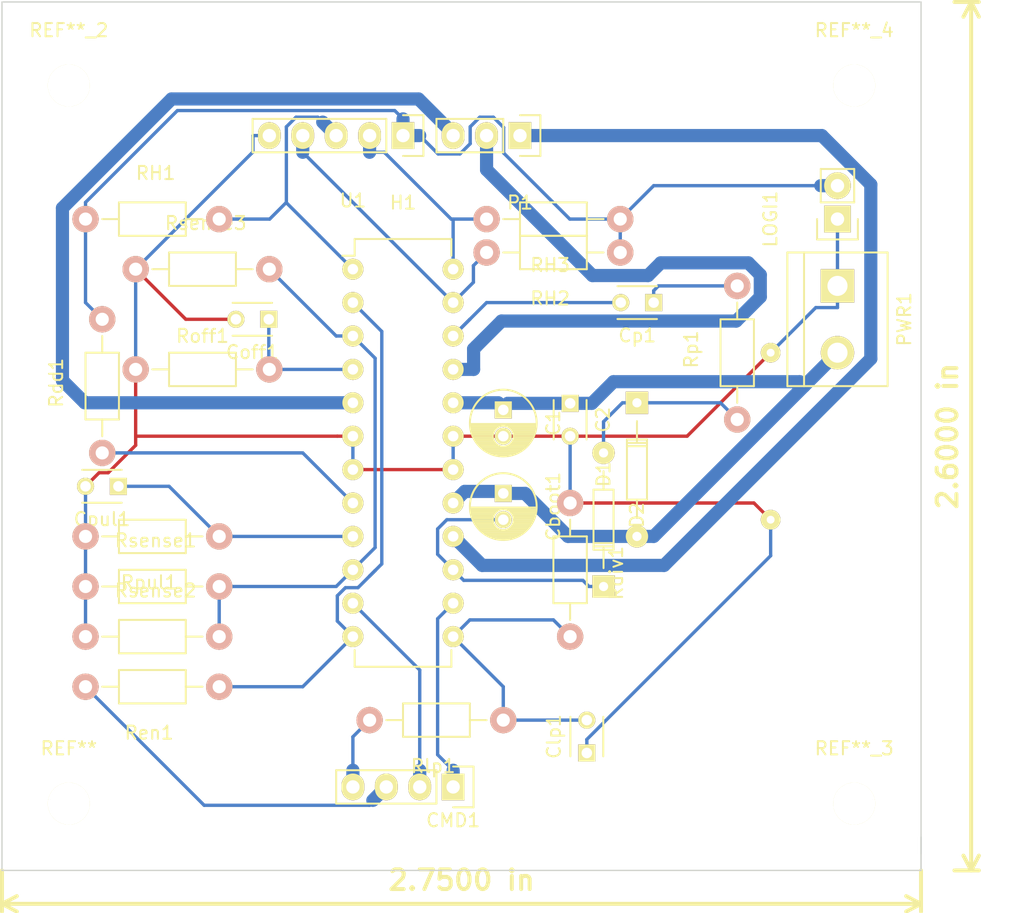
<source format=kicad_pcb>
(kicad_pcb (version 20171130) (host pcbnew "(5.1.12)-1")

  (general
    (thickness 1.6)
    (drawings 8)
    (tracks 202)
    (zones 0)
    (modules 34)
    (nets 24)
  )

  (page A4)
  (title_block
    (title "Brushless controller")
    (company Robotik)
  )

  (layers
    (0 F.Cu signal)
    (31 B.Cu signal)
    (32 B.Adhes user hide)
    (33 F.Adhes user hide)
    (34 B.Paste user hide)
    (35 F.Paste user hide)
    (36 B.SilkS user)
    (37 F.SilkS user)
    (38 B.Mask user)
    (39 F.Mask user)
    (40 Dwgs.User user)
    (41 Cmts.User user)
    (42 Eco1.User user)
    (43 Eco2.User user)
    (44 Edge.Cuts user)
  )

  (setup
    (last_trace_width 0.254)
    (user_trace_width 0.5)
    (user_trace_width 1)
    (trace_clearance 0.254)
    (zone_clearance 0.508)
    (zone_45_only yes)
    (trace_min 0.254)
    (via_size 0.889)
    (via_drill 0.635)
    (via_min_size 0.889)
    (via_min_drill 0.508)
    (uvia_size 0.508)
    (uvia_drill 0.127)
    (uvias_allowed no)
    (uvia_min_size 0.508)
    (uvia_min_drill 0.127)
    (edge_width 0.1)
    (segment_width 0.2)
    (pcb_text_width 0.3)
    (pcb_text_size 1.5 1.5)
    (mod_edge_width 0.15)
    (mod_text_size 1 1)
    (mod_text_width 0.15)
    (pad_size 1.99898 1.99898)
    (pad_drill 1.00076)
    (pad_to_mask_clearance 0)
    (aux_axis_origin 0 0)
    (visible_elements 7FFFFFFF)
    (pcbplotparams
      (layerselection 0x00030_80000001)
      (usegerberextensions false)
      (usegerberattributes true)
      (usegerberadvancedattributes true)
      (creategerberjobfile true)
      (excludeedgelayer true)
      (linewidth 0.150000)
      (plotframeref false)
      (viasonmask false)
      (mode 1)
      (useauxorigin false)
      (hpglpennumber 1)
      (hpglpenspeed 20)
      (hpglpendiameter 15.000000)
      (psnegative false)
      (psa4output false)
      (plotreference true)
      (plotvalue true)
      (plotinvisibletext false)
      (padsonsilk false)
      (subtractmaskfromsilk false)
      (outputformat 4)
      (mirror false)
      (drillshape 0)
      (scaleselection 1)
      (outputdirectory ""))
  )

  (net 0 "")
  (net 1 VSS)
  (net 2 GND)
  (net 3 "Net-(Cboot1-Pad2)")
  (net 4 "Net-(Clp1-Pad2)")
  (net 5 /BRAKE)
  (net 6 /FWD/REV)
  (net 7 /ENABLE)
  (net 8 /VREF)
  (net 9 "Net-(Coff1-Pad1)")
  (net 10 "Net-(Cp1-Pad1)")
  (net 11 "Net-(Cp1-Pad2)")
  (net 12 "Net-(Cpul1-Pad1)")
  (net 13 "Net-(D1-Pad1)")
  (net 14 +5V)
  (net 15 /HALL3)
  (net 16 /HALL1)
  (net 17 /HALL2)
  (net 18 /PHASE3)
  (net 19 /PHASE2)
  (net 20 /PHASE1)
  (net 21 "Net-(Rdd1-Pad1)")
  (net 22 "Net-(Ren1-Pad1)")
  (net 23 "Net-(Rsense1-Pad2)")

  (net_class Default "This is the default net class."
    (clearance 0.254)
    (trace_width 0.254)
    (via_dia 0.889)
    (via_drill 0.635)
    (uvia_dia 0.508)
    (uvia_drill 0.127)
    (add_net +5V)
    (add_net /BRAKE)
    (add_net /ENABLE)
    (add_net /FWD/REV)
    (add_net /HALL1)
    (add_net /HALL2)
    (add_net /HALL3)
    (add_net /VREF)
    (add_net GND)
    (add_net "Net-(Cboot1-Pad2)")
    (add_net "Net-(Clp1-Pad2)")
    (add_net "Net-(Coff1-Pad1)")
    (add_net "Net-(Cp1-Pad1)")
    (add_net "Net-(Cp1-Pad2)")
    (add_net "Net-(Cpul1-Pad1)")
    (add_net "Net-(D1-Pad1)")
    (add_net "Net-(Rdd1-Pad1)")
    (add_net "Net-(Ren1-Pad1)")
    (add_net "Net-(Rsense1-Pad2)")
  )

  (net_class power ""
    (clearance 0.254)
    (trace_width 1)
    (via_dia 0.889)
    (via_drill 0.635)
    (uvia_dia 0.508)
    (uvia_drill 0.127)
    (add_net /PHASE1)
    (add_net /PHASE2)
    (add_net /PHASE3)
    (add_net VSS)
  )

  (module Mounting_Holes:MountingHole_3.2mm_M3 (layer F.Cu) (tedit 56D1B4CB) (tstamp 5794DA2C)
    (at 187.96 88.9)
    (descr "Mounting Hole 3.2mm, no annular, M3")
    (tags "mounting hole 3.2mm no annular m3")
    (fp_text reference REF**_4 (at 0 -4.2) (layer F.SilkS)
      (effects (font (size 1 1) (thickness 0.15)))
    )
    (fp_text value MountingHole_3.2mm_M3 (at 0 4.2) (layer F.Fab)
      (effects (font (size 1 1) (thickness 0.15)))
    )
    (fp_circle (center 0 0) (end 3.45 0) (layer F.CrtYd) (width 0.05))
    (fp_circle (center 0 0) (end 3.2 0) (layer Cmts.User) (width 0.15))
    (pad 1 np_thru_hole circle (at 0 0) (size 3.2 3.2) (drill 3.2) (layers *.Cu *.Mask F.SilkS))
  )

  (module Mounting_Holes:MountingHole_3.2mm_M3 (layer F.Cu) (tedit 56D1B4CB) (tstamp 5794DA26)
    (at 187.96 143.51)
    (descr "Mounting Hole 3.2mm, no annular, M3")
    (tags "mounting hole 3.2mm no annular m3")
    (fp_text reference REF**_3 (at 0 -4.2) (layer F.SilkS)
      (effects (font (size 1 1) (thickness 0.15)))
    )
    (fp_text value MountingHole_3.2mm_M3 (at 0 4.2) (layer F.Fab)
      (effects (font (size 1 1) (thickness 0.15)))
    )
    (fp_circle (center 0 0) (end 3.45 0) (layer F.CrtYd) (width 0.05))
    (fp_circle (center 0 0) (end 3.2 0) (layer Cmts.User) (width 0.15))
    (pad 1 np_thru_hole circle (at 0 0) (size 3.2 3.2) (drill 3.2) (layers *.Cu *.Mask F.SilkS))
  )

  (module Mounting_Holes:MountingHole_3.2mm_M3 (layer F.Cu) (tedit 56D1B4CB) (tstamp 5794DA02)
    (at 128.27 88.9)
    (descr "Mounting Hole 3.2mm, no annular, M3")
    (tags "mounting hole 3.2mm no annular m3")
    (fp_text reference REF**_2 (at 0 -4.2) (layer F.SilkS)
      (effects (font (size 1 1) (thickness 0.15)))
    )
    (fp_text value MountingHole_3.2mm_M3 (at 0 4.2) (layer F.Fab)
      (effects (font (size 1 1) (thickness 0.15)))
    )
    (fp_circle (center 0 0) (end 3.45 0) (layer F.CrtYd) (width 0.05))
    (fp_circle (center 0 0) (end 3.2 0) (layer Cmts.User) (width 0.15))
    (pad 1 np_thru_hole circle (at 0 0) (size 3.2 3.2) (drill 3.2) (layers *.Cu *.Mask F.SilkS))
  )

  (module Socket_Strips:Socket_Strip_Straight_1x05 (layer F.Cu) (tedit 0) (tstamp 578A8C06)
    (at 153.67 92.71 180)
    (descr "Through hole socket strip")
    (tags "socket strip")
    (path /577EE531)
    (fp_text reference H1 (at 0 -5.1 180) (layer F.SilkS)
      (effects (font (size 1 1) (thickness 0.15)))
    )
    (fp_text value CONN_01X05 (at 0 -3.1 180) (layer F.Fab)
      (effects (font (size 1 1) (thickness 0.15)))
    )
    (fp_line (start -1.55 -1.55) (end -1.55 1.55) (layer F.SilkS) (width 0.15))
    (fp_line (start 0 -1.55) (end -1.55 -1.55) (layer F.SilkS) (width 0.15))
    (fp_line (start 1.27 1.27) (end 1.27 -1.27) (layer F.SilkS) (width 0.15))
    (fp_line (start -1.55 1.55) (end 0 1.55) (layer F.SilkS) (width 0.15))
    (fp_line (start 11.43 -1.27) (end 1.27 -1.27) (layer F.SilkS) (width 0.15))
    (fp_line (start 11.43 1.27) (end 11.43 -1.27) (layer F.SilkS) (width 0.15))
    (fp_line (start 1.27 1.27) (end 11.43 1.27) (layer F.SilkS) (width 0.15))
    (fp_line (start -1.75 1.75) (end 11.95 1.75) (layer F.CrtYd) (width 0.05))
    (fp_line (start -1.75 -1.75) (end 11.95 -1.75) (layer F.CrtYd) (width 0.05))
    (fp_line (start 11.95 -1.75) (end 11.95 1.75) (layer F.CrtYd) (width 0.05))
    (fp_line (start -1.75 -1.75) (end -1.75 1.75) (layer F.CrtYd) (width 0.05))
    (pad 1 thru_hole rect (at 0 0 180) (size 1.7272 2.032) (drill 1.016) (layers *.Cu *.Mask F.SilkS)
      (net 14 +5V))
    (pad 2 thru_hole oval (at 2.54 0 180) (size 1.7272 2.032) (drill 1.016) (layers *.Cu *.Mask F.SilkS)
      (net 15 /HALL3))
    (pad 3 thru_hole oval (at 5.08 0 180) (size 1.7272 2.032) (drill 1.016) (layers *.Cu *.Mask F.SilkS)
      (net 16 /HALL1))
    (pad 4 thru_hole oval (at 7.62 0 180) (size 1.7272 2.032) (drill 1.016) (layers *.Cu *.Mask F.SilkS)
      (net 17 /HALL2))
    (pad 5 thru_hole oval (at 10.16 0 180) (size 1.7272 2.032) (drill 1.016) (layers *.Cu *.Mask F.SilkS)
      (net 2 GND))
    (model Socket_Strips.3dshapes/Socket_Strip_Straight_1x05.wrl
      (offset (xyz 5.079999923706055 0 0))
      (scale (xyz 1 1 1))
      (rotate (xyz 0 0 180))
    )
  )

  (module pcb_helpers:pad_gnd (layer F.Cu) (tedit 5794D082) (tstamp 5794D03F)
    (at 181.61 121.92)
    (fp_text reference Noname_2 (at 0 0) (layer F.SilkS) hide
      (effects (font (size 1 1) (thickness 0.15)))
    )
    (fp_text value "" (at 0 0) (layer F.SilkS)
      (effects (font (size 1 1) (thickness 0.15)))
    )
    (pad 1 thru_hole circle (at 0 0) (size 1.5 1.5) (drill 0.6) (layers *.Cu *.Mask F.SilkS)
      (net 2 GND))
  )

  (module Resistors_ThroughHole:Resistor_Horizontal_RM10mm (layer F.Cu) (tedit 56648415) (tstamp 578A8C84)
    (at 170.18 101.6 180)
    (descr "Resistor, Axial,  RM 10mm, 1/3W")
    (tags "Resistor Axial RM 10mm 1/3W")
    (path /57387A1E)
    (fp_text reference RH2 (at 5.32892 -3.50012 180) (layer F.SilkS)
      (effects (font (size 1 1) (thickness 0.15)))
    )
    (fp_text value 10K (at 5.08 3.81 180) (layer F.Fab)
      (effects (font (size 1 1) (thickness 0.15)))
    )
    (fp_line (start 7.62 0) (end 8.89 0) (layer F.SilkS) (width 0.15))
    (fp_line (start 2.54 0) (end 1.27 0) (layer F.SilkS) (width 0.15))
    (fp_line (start 2.54 1.27) (end 2.54 -1.27) (layer F.SilkS) (width 0.15))
    (fp_line (start 7.62 1.27) (end 2.54 1.27) (layer F.SilkS) (width 0.15))
    (fp_line (start 7.62 -1.27) (end 7.62 1.27) (layer F.SilkS) (width 0.15))
    (fp_line (start 2.54 -1.27) (end 7.62 -1.27) (layer F.SilkS) (width 0.15))
    (fp_line (start -1.25 1.5) (end 11.4 1.5) (layer F.CrtYd) (width 0.05))
    (fp_line (start 11.4 -1.5) (end 11.4 1.5) (layer F.CrtYd) (width 0.05))
    (fp_line (start -1.25 1.5) (end -1.25 -1.5) (layer F.CrtYd) (width 0.05))
    (fp_line (start -1.25 -1.5) (end 11.4 -1.5) (layer F.CrtYd) (width 0.05))
    (pad 1 thru_hole circle (at 0 0 180) (size 1.99898 1.99898) (drill 1.00076) (layers *.Cu *.SilkS *.Mask)
      (net 14 +5V))
    (pad 2 thru_hole circle (at 10.16 0 180) (size 1.99898 1.99898) (drill 1.00076) (layers *.Cu *.SilkS *.Mask)
      (net 17 /HALL2))
    (model Resistors_ThroughHole.3dshapes/Resistor_Horizontal_RM10mm.wrl
      (offset (xyz 5.333999919891357 0 0))
      (scale (xyz 0.4 0.4 0.4))
      (rotate (xyz 0 0 0))
    )
  )

  (module Resistors_ThroughHole:Resistor_Horizontal_RM10mm (layer F.Cu) (tedit 56648415) (tstamp 578D3582)
    (at 179.07 114.3 90)
    (descr "Resistor, Axial,  RM 10mm, 1/3W")
    (tags "Resistor Axial RM 10mm 1/3W")
    (path /57385F51)
    (fp_text reference Rp1 (at 5.32892 -3.50012 90) (layer F.SilkS)
      (effects (font (size 1 1) (thickness 0.15)))
    )
    (fp_text value 100 (at 5.08 3.81 90) (layer F.Fab)
      (effects (font (size 1 1) (thickness 0.15)))
    )
    (fp_line (start 7.62 0) (end 8.89 0) (layer F.SilkS) (width 0.15))
    (fp_line (start 2.54 0) (end 1.27 0) (layer F.SilkS) (width 0.15))
    (fp_line (start 2.54 1.27) (end 2.54 -1.27) (layer F.SilkS) (width 0.15))
    (fp_line (start 7.62 1.27) (end 2.54 1.27) (layer F.SilkS) (width 0.15))
    (fp_line (start 7.62 -1.27) (end 7.62 1.27) (layer F.SilkS) (width 0.15))
    (fp_line (start 2.54 -1.27) (end 7.62 -1.27) (layer F.SilkS) (width 0.15))
    (fp_line (start -1.25 1.5) (end 11.4 1.5) (layer F.CrtYd) (width 0.05))
    (fp_line (start 11.4 -1.5) (end 11.4 1.5) (layer F.CrtYd) (width 0.05))
    (fp_line (start -1.25 1.5) (end -1.25 -1.5) (layer F.CrtYd) (width 0.05))
    (fp_line (start -1.25 -1.5) (end 11.4 -1.5) (layer F.CrtYd) (width 0.05))
    (pad 1 thru_hole circle (at 0 0 90) (size 1.99898 1.99898) (drill 1.00076) (layers *.Cu *.SilkS *.Mask)
      (net 13 "Net-(D1-Pad1)"))
    (pad 2 thru_hole circle (at 10.16 0 90) (size 1.99898 1.99898) (drill 1.00076) (layers *.Cu *.SilkS *.Mask)
      (net 10 "Net-(Cp1-Pad1)"))
    (model Resistors_ThroughHole.3dshapes/Resistor_Horizontal_RM10mm.wrl
      (offset (xyz 5.333999919891357 0 0))
      (scale (xyz 0.4 0.4 0.4))
      (rotate (xyz 0 0 0))
    )
  )

  (module Housings_DIP:DIP-24_W7.62mm (layer F.Cu) (tedit 54130A77) (tstamp 578A8D2B)
    (at 149.86 102.87)
    (descr "24-lead dip package, row spacing 7.62 mm (300 mils)")
    (tags "dil dip 2.54 300")
    (path /57385F27)
    (fp_text reference U1 (at 0 -5.22) (layer F.SilkS)
      (effects (font (size 1 1) (thickness 0.15)))
    )
    (fp_text value L6235N (at 0 -3.72) (layer F.Fab)
      (effects (font (size 1 1) (thickness 0.15)))
    )
    (fp_line (start 0.135 -1.025) (end -0.8 -1.025) (layer F.SilkS) (width 0.15))
    (fp_line (start 0.135 30.235) (end 7.485 30.235) (layer F.SilkS) (width 0.15))
    (fp_line (start 0.135 -2.295) (end 7.485 -2.295) (layer F.SilkS) (width 0.15))
    (fp_line (start 0.135 30.235) (end 0.135 28.965) (layer F.SilkS) (width 0.15))
    (fp_line (start 7.485 30.235) (end 7.485 28.965) (layer F.SilkS) (width 0.15))
    (fp_line (start 7.485 -2.295) (end 7.485 -1.025) (layer F.SilkS) (width 0.15))
    (fp_line (start 0.135 -2.295) (end 0.135 -1.025) (layer F.SilkS) (width 0.15))
    (fp_line (start -1.05 30.4) (end 8.65 30.4) (layer F.CrtYd) (width 0.05))
    (fp_line (start -1.05 -2.45) (end 8.65 -2.45) (layer F.CrtYd) (width 0.05))
    (fp_line (start 8.65 -2.45) (end 8.65 30.4) (layer F.CrtYd) (width 0.05))
    (fp_line (start -1.05 -2.45) (end -1.05 30.4) (layer F.CrtYd) (width 0.05))
    (pad 1 thru_hole oval (at 0 0) (size 1.6 1.6) (drill 0.8) (layers *.Cu *.Mask F.SilkS)
      (net 16 /HALL1))
    (pad 2 thru_hole oval (at 0 2.54) (size 1.6 1.6) (drill 0.8) (layers *.Cu *.Mask F.SilkS)
      (net 22 "Net-(Ren1-Pad1)"))
    (pad 3 thru_hole oval (at 0 5.08) (size 1.6 1.6) (drill 0.8) (layers *.Cu *.Mask F.SilkS)
      (net 23 "Net-(Rsense1-Pad2)"))
    (pad 4 thru_hole oval (at 0 7.62) (size 1.6 1.6) (drill 0.8) (layers *.Cu *.Mask F.SilkS)
      (net 9 "Net-(Coff1-Pad1)"))
    (pad 5 thru_hole oval (at 0 10.16) (size 1.6 1.6) (drill 0.8) (layers *.Cu *.Mask F.SilkS)
      (net 20 /PHASE1))
    (pad 6 thru_hole oval (at 0 12.7) (size 1.6 1.6) (drill 0.8) (layers *.Cu *.Mask F.SilkS)
      (net 2 GND))
    (pad 7 thru_hole oval (at 0 15.24) (size 1.6 1.6) (drill 0.8) (layers *.Cu *.Mask F.SilkS)
      (net 2 GND))
    (pad 8 thru_hole oval (at 0 17.78) (size 1.6 1.6) (drill 0.8) (layers *.Cu *.Mask F.SilkS)
      (net 21 "Net-(Rdd1-Pad1)"))
    (pad 9 thru_hole oval (at 0 20.32) (size 1.6 1.6) (drill 0.8) (layers *.Cu *.Mask F.SilkS)
      (net 12 "Net-(Cpul1-Pad1)"))
    (pad 10 thru_hole oval (at 0 22.86) (size 1.6 1.6) (drill 0.8) (layers *.Cu *.Mask F.SilkS)
      (net 23 "Net-(Rsense1-Pad2)"))
    (pad 11 thru_hole oval (at 0 25.4) (size 1.6 1.6) (drill 0.8) (layers *.Cu *.Mask F.SilkS)
      (net 6 /FWD/REV))
    (pad 12 thru_hole oval (at 0 27.94) (size 1.6 1.6) (drill 0.8) (layers *.Cu *.Mask F.SilkS)
      (net 22 "Net-(Ren1-Pad1)"))
    (pad 13 thru_hole oval (at 7.62 27.94) (size 1.6 1.6) (drill 0.8) (layers *.Cu *.Mask F.SilkS)
      (net 4 "Net-(Clp1-Pad2)"))
    (pad 14 thru_hole oval (at 7.62 25.4) (size 1.6 1.6) (drill 0.8) (layers *.Cu *.Mask F.SilkS)
      (net 5 /BRAKE))
    (pad 15 thru_hole oval (at 7.62 22.86) (size 1.6 1.6) (drill 0.8) (layers *.Cu *.Mask F.SilkS)
      (net 3 "Net-(Cboot1-Pad2)"))
    (pad 16 thru_hole oval (at 7.62 20.32) (size 1.6 1.6) (drill 0.8) (layers *.Cu *.Mask F.SilkS)
      (net 18 /PHASE3))
    (pad 17 thru_hole oval (at 7.62 17.78) (size 1.6 1.6) (drill 0.8) (layers *.Cu *.Mask F.SilkS)
      (net 1 VSS))
    (pad 18 thru_hole oval (at 7.62 15.24) (size 1.6 1.6) (drill 0.8) (layers *.Cu *.Mask F.SilkS)
      (net 2 GND))
    (pad 19 thru_hole oval (at 7.62 12.7) (size 1.6 1.6) (drill 0.8) (layers *.Cu *.Mask F.SilkS)
      (net 2 GND))
    (pad 20 thru_hole oval (at 7.62 10.16) (size 1.6 1.6) (drill 0.8) (layers *.Cu *.Mask F.SilkS)
      (net 1 VSS))
    (pad 21 thru_hole oval (at 7.62 7.62) (size 1.6 1.6) (drill 0.8) (layers *.Cu *.Mask F.SilkS)
      (net 19 /PHASE2))
    (pad 22 thru_hole oval (at 7.62 5.08) (size 1.6 1.6) (drill 0.8) (layers *.Cu *.Mask F.SilkS)
      (net 11 "Net-(Cp1-Pad2)"))
    (pad 23 thru_hole oval (at 7.62 2.54) (size 1.6 1.6) (drill 0.8) (layers *.Cu *.Mask F.SilkS)
      (net 17 /HALL2))
    (pad 24 thru_hole oval (at 7.62 0) (size 1.6 1.6) (drill 0.8) (layers *.Cu *.Mask F.SilkS)
      (net 15 /HALL3))
    (model Housings_DIP.3dshapes/DIP-24_W7.62mm.wrl
      (at (xyz 0 0 0))
      (scale (xyz 1 1 1))
      (rotate (xyz 0 0 0))
    )
  )

  (module Capacitors_ThroughHole:C_Radial_D5_L11_P2 (layer F.Cu) (tedit 0) (tstamp 578A8B91)
    (at 161.29 119.92 270)
    (descr "Radial Electrolytic Capacitor 5mm x Length 11mm, Pitch 2mm")
    (tags "Electrolytic Capacitor")
    (path /573872AE)
    (fp_text reference Cboot1 (at 1 -3.8 270) (layer F.SilkS)
      (effects (font (size 1 1) (thickness 0.15)))
    )
    (fp_text value 220n (at 1 3.8 270) (layer F.Fab)
      (effects (font (size 1 1) (thickness 0.15)))
    )
    (fp_circle (center 1 0) (end 1 -2.8) (layer F.CrtYd) (width 0.05))
    (fp_circle (center 1 0) (end 1 -2.5375) (layer F.SilkS) (width 0.15))
    (fp_circle (center 2 0) (end 2 -0.8) (layer F.SilkS) (width 0.15))
    (fp_line (start 3.455 -0.472) (end 3.455 0.472) (layer F.SilkS) (width 0.15))
    (fp_line (start 3.315 -0.944) (end 3.315 0.944) (layer F.SilkS) (width 0.15))
    (fp_line (start 3.175 -1.233) (end 3.175 1.233) (layer F.SilkS) (width 0.15))
    (fp_line (start 3.035 -1.452) (end 3.035 1.452) (layer F.SilkS) (width 0.15))
    (fp_line (start 2.895 -1.631) (end 2.895 1.631) (layer F.SilkS) (width 0.15))
    (fp_line (start 2.755 0.265) (end 2.755 1.78) (layer F.SilkS) (width 0.15))
    (fp_line (start 2.755 -1.78) (end 2.755 -0.265) (layer F.SilkS) (width 0.15))
    (fp_line (start 2.615 0.512) (end 2.615 1.908) (layer F.SilkS) (width 0.15))
    (fp_line (start 2.615 -1.908) (end 2.615 -0.512) (layer F.SilkS) (width 0.15))
    (fp_line (start 2.475 0.644) (end 2.475 2.019) (layer F.SilkS) (width 0.15))
    (fp_line (start 2.475 -2.019) (end 2.475 -0.644) (layer F.SilkS) (width 0.15))
    (fp_line (start 2.335 0.726) (end 2.335 2.114) (layer F.SilkS) (width 0.15))
    (fp_line (start 2.335 -2.114) (end 2.335 -0.726) (layer F.SilkS) (width 0.15))
    (fp_line (start 2.195 0.776) (end 2.195 2.196) (layer F.SilkS) (width 0.15))
    (fp_line (start 2.195 -2.196) (end 2.195 -0.776) (layer F.SilkS) (width 0.15))
    (fp_line (start 2.055 0.798) (end 2.055 2.266) (layer F.SilkS) (width 0.15))
    (fp_line (start 2.055 -2.266) (end 2.055 -0.798) (layer F.SilkS) (width 0.15))
    (fp_line (start 1.915 0.795) (end 1.915 2.327) (layer F.SilkS) (width 0.15))
    (fp_line (start 1.915 -2.327) (end 1.915 -0.795) (layer F.SilkS) (width 0.15))
    (fp_line (start 1.775 0.768) (end 1.775 2.377) (layer F.SilkS) (width 0.15))
    (fp_line (start 1.775 -2.377) (end 1.775 -0.768) (layer F.SilkS) (width 0.15))
    (fp_line (start 1.635 0.712) (end 1.635 2.418) (layer F.SilkS) (width 0.15))
    (fp_line (start 1.635 -2.418) (end 1.635 -0.712) (layer F.SilkS) (width 0.15))
    (fp_line (start 1.495 0.62) (end 1.495 2.451) (layer F.SilkS) (width 0.15))
    (fp_line (start 1.495 -2.451) (end 1.495 -0.62) (layer F.SilkS) (width 0.15))
    (fp_line (start 1.355 0.473) (end 1.355 2.475) (layer F.SilkS) (width 0.15))
    (fp_line (start 1.355 -2.475) (end 1.355 -0.473) (layer F.SilkS) (width 0.15))
    (fp_line (start 1.215 0.154) (end 1.215 2.491) (layer F.SilkS) (width 0.15))
    (fp_line (start 1.215 -2.491) (end 1.215 -0.154) (layer F.SilkS) (width 0.15))
    (fp_line (start 1.075 -2.499) (end 1.075 2.499) (layer F.SilkS) (width 0.15))
    (pad 1 thru_hole rect (at 0 0 270) (size 1.3 1.3) (drill 0.8) (layers *.Cu *.Mask F.SilkS)
      (net 1 VSS))
    (pad 2 thru_hole circle (at 2 0 270) (size 1.3 1.3) (drill 0.8) (layers *.Cu *.Mask F.SilkS)
      (net 3 "Net-(Cboot1-Pad2)"))
    (model Capacitors_ThroughHole.3dshapes/C_Radial_D5_L11_P2.wrl
      (at (xyz 0 0 0))
      (scale (xyz 1 1 1))
      (rotate (xyz 0 0 0))
    )
  )

  (module Diodes_ThroughHole:Diode_DO-35_SOD27_Horizontal_RM10 (layer F.Cu) (tedit 552FFC30) (tstamp 578A8BE3)
    (at 171.447 113.029 270)
    (descr "Diode, DO-35,  SOD27, Horizontal, RM 10mm")
    (tags "Diode, DO-35, SOD27, Horizontal, RM 10mm, 1N4148,")
    (path /573873C1)
    (fp_text reference D1 (at 5.43052 2.53746 270) (layer F.SilkS)
      (effects (font (size 1 1) (thickness 0.15)))
    )
    (fp_text value 1N4148 (at 4.41452 -3.55854 270) (layer F.Fab)
      (effects (font (size 1 1) (thickness 0.15)))
    )
    (fp_line (start 2.79452 -0.76454) (end 2.79452 -0.00254) (layer F.SilkS) (width 0.15))
    (fp_line (start 7.36652 -0.76454) (end 2.79452 -0.76454) (layer F.SilkS) (width 0.15))
    (fp_line (start 7.36652 0.75946) (end 7.36652 -0.76454) (layer F.SilkS) (width 0.15))
    (fp_line (start 2.79452 0.75946) (end 7.36652 0.75946) (layer F.SilkS) (width 0.15))
    (fp_line (start 2.79452 -0.00254) (end 2.79452 0.75946) (layer F.SilkS) (width 0.15))
    (fp_line (start 3.04852 -0.76454) (end 3.04852 0.75946) (layer F.SilkS) (width 0.15))
    (fp_line (start 3.30252 -0.76454) (end 3.30252 0.75946) (layer F.SilkS) (width 0.15))
    (fp_line (start 2.92152 -0.00254) (end 1.39752 -0.00254) (layer F.SilkS) (width 0.15))
    (fp_line (start 7.36652 -0.00254) (end 8.76352 -0.00254) (layer F.SilkS) (width 0.15))
    (pad 2 thru_hole circle (at 10.16052 -0.00254 90) (size 1.69926 1.69926) (drill 0.70104) (layers *.Cu *.Mask F.SilkS)
      (net 1 VSS))
    (pad 1 thru_hole rect (at 0.00052 -0.00254 90) (size 1.69926 1.69926) (drill 0.70104) (layers *.Cu *.Mask F.SilkS)
      (net 13 "Net-(D1-Pad1)"))
    (model Diodes_ThroughHole.3dshapes/Diode_DO-35_SOD27_Horizontal_RM10.wrl
      (offset (xyz 5.079999923706055 0 0))
      (scale (xyz 0.4 0.4 0.4))
      (rotate (xyz 0 0 180))
    )
  )

  (module Resistors_ThroughHole:Resistor_Horizontal_RM10mm (layer F.Cu) (tedit 56648415) (tstamp 5786424B)
    (at 170.18 99.06 180)
    (descr "Resistor, Axial,  RM 10mm, 1/3W")
    (tags "Resistor Axial RM 10mm 1/3W")
    (path /57387A18)
    (fp_text reference RH3 (at 5.32892 -3.50012 180) (layer F.SilkS)
      (effects (font (size 1 1) (thickness 0.15)))
    )
    (fp_text value 10K (at 5.08 3.81 180) (layer F.Fab)
      (effects (font (size 1 1) (thickness 0.15)))
    )
    (fp_line (start 7.62 0) (end 8.89 0) (layer F.SilkS) (width 0.15))
    (fp_line (start 2.54 0) (end 1.27 0) (layer F.SilkS) (width 0.15))
    (fp_line (start 2.54 1.27) (end 2.54 -1.27) (layer F.SilkS) (width 0.15))
    (fp_line (start 7.62 1.27) (end 2.54 1.27) (layer F.SilkS) (width 0.15))
    (fp_line (start 7.62 -1.27) (end 7.62 1.27) (layer F.SilkS) (width 0.15))
    (fp_line (start 2.54 -1.27) (end 7.62 -1.27) (layer F.SilkS) (width 0.15))
    (fp_line (start -1.25 1.5) (end 11.4 1.5) (layer F.CrtYd) (width 0.05))
    (fp_line (start 11.4 -1.5) (end 11.4 1.5) (layer F.CrtYd) (width 0.05))
    (fp_line (start -1.25 1.5) (end -1.25 -1.5) (layer F.CrtYd) (width 0.05))
    (fp_line (start -1.25 -1.5) (end 11.4 -1.5) (layer F.CrtYd) (width 0.05))
    (pad 1 thru_hole circle (at 0 0 180) (size 1.99898 1.99898) (drill 1.00076) (layers *.Cu *.SilkS *.Mask)
      (net 14 +5V))
    (pad 2 thru_hole circle (at 10.16 0 180) (size 1.99898 1.99898) (drill 1.00076) (layers *.Cu *.SilkS *.Mask)
      (net 15 /HALL3))
    (model Resistors_ThroughHole.3dshapes/Resistor_Horizontal_RM10mm.wrl
      (offset (xyz 5.333999919891357 0 0))
      (scale (xyz 0.4 0.4 0.4))
      (rotate (xyz 0 0 0))
    )
  )

  (module Socket_Strips:Socket_Strip_Straight_1x03 (layer F.Cu) (tedit 54E9F429) (tstamp 578A8C29)
    (at 162.56 92.71 180)
    (descr "Through hole socket strip")
    (tags "socket strip")
    (path /577EE5B4)
    (fp_text reference P1 (at 0 -5.1 180) (layer F.SilkS)
      (effects (font (size 1 1) (thickness 0.15)))
    )
    (fp_text value CONN_01X03 (at 0 -3.1 180) (layer F.Fab)
      (effects (font (size 1 1) (thickness 0.15)))
    )
    (fp_line (start 1.27 1.27) (end 1.27 -1.27) (layer F.SilkS) (width 0.15))
    (fp_line (start 6.35 1.27) (end 1.27 1.27) (layer F.SilkS) (width 0.15))
    (fp_line (start 6.35 -1.27) (end 6.35 1.27) (layer F.SilkS) (width 0.15))
    (fp_line (start 1.27 -1.27) (end 6.35 -1.27) (layer F.SilkS) (width 0.15))
    (fp_line (start -1.75 1.75) (end 6.85 1.75) (layer F.CrtYd) (width 0.05))
    (fp_line (start -1.75 -1.75) (end 6.85 -1.75) (layer F.CrtYd) (width 0.05))
    (fp_line (start 6.85 -1.75) (end 6.85 1.75) (layer F.CrtYd) (width 0.05))
    (fp_line (start -1.75 -1.75) (end -1.75 1.75) (layer F.CrtYd) (width 0.05))
    (fp_line (start -1.55 1.55) (end 0 1.55) (layer F.SilkS) (width 0.15))
    (fp_line (start -1.55 -1.55) (end -1.55 1.55) (layer F.SilkS) (width 0.15))
    (fp_line (start 0 -1.55) (end -1.55 -1.55) (layer F.SilkS) (width 0.15))
    (pad 1 thru_hole rect (at 0 0 180) (size 1.7272 2.032) (drill 1.016) (layers *.Cu *.Mask F.SilkS)
      (net 18 /PHASE3))
    (pad 2 thru_hole oval (at 2.54 0 180) (size 1.7272 2.032) (drill 1.016) (layers *.Cu *.Mask F.SilkS)
      (net 19 /PHASE2))
    (pad 3 thru_hole oval (at 5.08 0 180) (size 1.7272 2.032) (drill 1.016) (layers *.Cu *.Mask F.SilkS)
      (net 20 /PHASE1))
    (model Socket_Strips.3dshapes/Socket_Strip_Straight_1x03.wrl
      (offset (xyz 2.539999961853027 0 0))
      (scale (xyz 1 1 1))
      (rotate (xyz 0 0 180))
    )
  )

  (module Resistors_ThroughHole:Resistor_Horizontal_RM10mm (layer F.Cu) (tedit 56648415) (tstamp 578A8C44)
    (at 130.81 116.84 90)
    (descr "Resistor, Axial,  RM 10mm, 1/3W")
    (tags "Resistor Axial RM 10mm 1/3W")
    (path /5738C919)
    (fp_text reference Rdd1 (at 5.32892 -3.50012 90) (layer F.SilkS)
      (effects (font (size 1 1) (thickness 0.15)))
    )
    (fp_text value 1k (at 5.08 3.81 90) (layer F.Fab)
      (effects (font (size 1 1) (thickness 0.15)))
    )
    (fp_line (start 7.62 0) (end 8.89 0) (layer F.SilkS) (width 0.15))
    (fp_line (start 2.54 0) (end 1.27 0) (layer F.SilkS) (width 0.15))
    (fp_line (start 2.54 1.27) (end 2.54 -1.27) (layer F.SilkS) (width 0.15))
    (fp_line (start 7.62 1.27) (end 2.54 1.27) (layer F.SilkS) (width 0.15))
    (fp_line (start 7.62 -1.27) (end 7.62 1.27) (layer F.SilkS) (width 0.15))
    (fp_line (start 2.54 -1.27) (end 7.62 -1.27) (layer F.SilkS) (width 0.15))
    (fp_line (start -1.25 1.5) (end 11.4 1.5) (layer F.CrtYd) (width 0.05))
    (fp_line (start 11.4 -1.5) (end 11.4 1.5) (layer F.CrtYd) (width 0.05))
    (fp_line (start -1.25 1.5) (end -1.25 -1.5) (layer F.CrtYd) (width 0.05))
    (fp_line (start -1.25 -1.5) (end 11.4 -1.5) (layer F.CrtYd) (width 0.05))
    (pad 1 thru_hole circle (at 0 0 90) (size 1.99898 1.99898) (drill 1.00076) (layers *.Cu *.SilkS *.Mask)
      (net 21 "Net-(Rdd1-Pad1)"))
    (pad 2 thru_hole circle (at 10.16 0 90) (size 1.99898 1.99898) (drill 1.00076) (layers *.Cu *.SilkS *.Mask)
      (net 14 +5V))
    (model Resistors_ThroughHole.3dshapes/Resistor_Horizontal_RM10mm.wrl
      (offset (xyz 5.333999919891357 0 0))
      (scale (xyz 0.4 0.4 0.4))
      (rotate (xyz 0 0 0))
    )
  )

  (module Capacitors_ThroughHole:C_Disc_D3_P2.5 (layer F.Cu) (tedit 0) (tstamp 5786423B)
    (at 166.37 113.07 270)
    (descr "Capacitor 3mm Disc, Pitch 2.5mm")
    (tags Capacitor)
    (path /573872B4)
    (fp_text reference C2 (at 1.25 -2.5 270) (layer F.SilkS)
      (effects (font (size 1 1) (thickness 0.15)))
    )
    (fp_text value 100n (at 1.25 2.5 270) (layer F.Fab)
      (effects (font (size 1 1) (thickness 0.15)))
    )
    (fp_line (start 2.75 1.25) (end -0.25 1.25) (layer F.SilkS) (width 0.15))
    (fp_line (start -0.25 -1.25) (end 2.75 -1.25) (layer F.SilkS) (width 0.15))
    (fp_line (start -0.9 1.5) (end -0.9 -1.5) (layer F.CrtYd) (width 0.05))
    (fp_line (start 3.4 1.5) (end -0.9 1.5) (layer F.CrtYd) (width 0.05))
    (fp_line (start 3.4 -1.5) (end 3.4 1.5) (layer F.CrtYd) (width 0.05))
    (fp_line (start -0.9 -1.5) (end 3.4 -1.5) (layer F.CrtYd) (width 0.05))
    (pad 1 thru_hole rect (at 0 0 270) (size 1.3 1.3) (drill 0.8) (layers *.Cu *.Mask F.SilkS)
      (net 1 VSS))
    (pad 2 thru_hole circle (at 2.5 0 270) (size 1.3 1.3) (drill 0.8001) (layers *.Cu *.Mask F.SilkS)
      (net 2 GND))
    (model Capacitors_ThroughHole.3dshapes/C_Disc_D3_P2.5.wrl
      (offset (xyz 1.250000021226883 0 0))
      (scale (xyz 1 1 1))
      (rotate (xyz 0 0 0))
    )
  )

  (module Capacitors_ThroughHole:C_Disc_D3_P2.5 (layer F.Cu) (tedit 0) (tstamp 578A8BC8)
    (at 172.72 105.41 180)
    (descr "Capacitor 3mm Disc, Pitch 2.5mm")
    (tags Capacitor)
    (path /573872A1)
    (fp_text reference Cp1 (at 1.25 -2.5 180) (layer F.SilkS)
      (effects (font (size 1 1) (thickness 0.15)))
    )
    (fp_text value 10n (at 1.25 2.5 180) (layer F.Fab)
      (effects (font (size 1 1) (thickness 0.15)))
    )
    (fp_line (start 2.75 1.25) (end -0.25 1.25) (layer F.SilkS) (width 0.15))
    (fp_line (start -0.25 -1.25) (end 2.75 -1.25) (layer F.SilkS) (width 0.15))
    (fp_line (start -0.9 1.5) (end -0.9 -1.5) (layer F.CrtYd) (width 0.05))
    (fp_line (start 3.4 1.5) (end -0.9 1.5) (layer F.CrtYd) (width 0.05))
    (fp_line (start 3.4 -1.5) (end 3.4 1.5) (layer F.CrtYd) (width 0.05))
    (fp_line (start -0.9 -1.5) (end 3.4 -1.5) (layer F.CrtYd) (width 0.05))
    (pad 1 thru_hole rect (at 0 0 180) (size 1.3 1.3) (drill 0.8) (layers *.Cu *.Mask F.SilkS)
      (net 10 "Net-(Cp1-Pad1)"))
    (pad 2 thru_hole circle (at 2.5 0 180) (size 1.3 1.3) (drill 0.8001) (layers *.Cu *.Mask F.SilkS)
      (net 11 "Net-(Cp1-Pad2)"))
    (model Capacitors_ThroughHole.3dshapes/C_Disc_D3_P2.5.wrl
      (offset (xyz 1.250000021226883 0 0))
      (scale (xyz 1 1 1))
      (rotate (xyz 0 0 0))
    )
  )

  (module Resistors_ThroughHole:Resistor_Horizontal_RM10mm (layer F.Cu) (tedit 56648415) (tstamp 578A8C74)
    (at 129.54 99.06)
    (descr "Resistor, Axial,  RM 10mm, 1/3W")
    (tags "Resistor Axial RM 10mm 1/3W")
    (path /57387A24)
    (fp_text reference RH1 (at 5.32892 -3.50012) (layer F.SilkS)
      (effects (font (size 1 1) (thickness 0.15)))
    )
    (fp_text value 10K (at 5.08 3.81) (layer F.Fab)
      (effects (font (size 1 1) (thickness 0.15)))
    )
    (fp_line (start 7.62 0) (end 8.89 0) (layer F.SilkS) (width 0.15))
    (fp_line (start 2.54 0) (end 1.27 0) (layer F.SilkS) (width 0.15))
    (fp_line (start 2.54 1.27) (end 2.54 -1.27) (layer F.SilkS) (width 0.15))
    (fp_line (start 7.62 1.27) (end 2.54 1.27) (layer F.SilkS) (width 0.15))
    (fp_line (start 7.62 -1.27) (end 7.62 1.27) (layer F.SilkS) (width 0.15))
    (fp_line (start 2.54 -1.27) (end 7.62 -1.27) (layer F.SilkS) (width 0.15))
    (fp_line (start -1.25 1.5) (end 11.4 1.5) (layer F.CrtYd) (width 0.05))
    (fp_line (start 11.4 -1.5) (end 11.4 1.5) (layer F.CrtYd) (width 0.05))
    (fp_line (start -1.25 1.5) (end -1.25 -1.5) (layer F.CrtYd) (width 0.05))
    (fp_line (start -1.25 -1.5) (end 11.4 -1.5) (layer F.CrtYd) (width 0.05))
    (pad 1 thru_hole circle (at 0 0) (size 1.99898 1.99898) (drill 1.00076) (layers *.Cu *.SilkS *.Mask)
      (net 14 +5V))
    (pad 2 thru_hole circle (at 10.16 0) (size 1.99898 1.99898) (drill 1.00076) (layers *.Cu *.SilkS *.Mask)
      (net 16 /HALL1))
    (model Resistors_ThroughHole.3dshapes/Resistor_Horizontal_RM10mm.wrl
      (offset (xyz 5.333999919891357 0 0))
      (scale (xyz 0.4 0.4 0.4))
      (rotate (xyz 0 0 0))
    )
  )

  (module Capacitors_ThroughHole:C_Radial_D5_L11_P2 (layer F.Cu) (tedit 0) (tstamp 5786422F)
    (at 161.29 113.57 270)
    (descr "Radial Electrolytic Capacitor 5mm x Length 11mm, Pitch 2mm")
    (tags "Electrolytic Capacitor")
    (path /573872BA)
    (fp_text reference C1 (at 1 -3.8 270) (layer F.SilkS)
      (effects (font (size 1 1) (thickness 0.15)))
    )
    (fp_text value 10µ (at 1 3.8 270) (layer F.Fab)
      (effects (font (size 1 1) (thickness 0.15)))
    )
    (fp_circle (center 1 0) (end 1 -2.8) (layer F.CrtYd) (width 0.05))
    (fp_circle (center 1 0) (end 1 -2.5375) (layer F.SilkS) (width 0.15))
    (fp_circle (center 2 0) (end 2 -0.8) (layer F.SilkS) (width 0.15))
    (fp_line (start 3.455 -0.472) (end 3.455 0.472) (layer F.SilkS) (width 0.15))
    (fp_line (start 3.315 -0.944) (end 3.315 0.944) (layer F.SilkS) (width 0.15))
    (fp_line (start 3.175 -1.233) (end 3.175 1.233) (layer F.SilkS) (width 0.15))
    (fp_line (start 3.035 -1.452) (end 3.035 1.452) (layer F.SilkS) (width 0.15))
    (fp_line (start 2.895 -1.631) (end 2.895 1.631) (layer F.SilkS) (width 0.15))
    (fp_line (start 2.755 0.265) (end 2.755 1.78) (layer F.SilkS) (width 0.15))
    (fp_line (start 2.755 -1.78) (end 2.755 -0.265) (layer F.SilkS) (width 0.15))
    (fp_line (start 2.615 0.512) (end 2.615 1.908) (layer F.SilkS) (width 0.15))
    (fp_line (start 2.615 -1.908) (end 2.615 -0.512) (layer F.SilkS) (width 0.15))
    (fp_line (start 2.475 0.644) (end 2.475 2.019) (layer F.SilkS) (width 0.15))
    (fp_line (start 2.475 -2.019) (end 2.475 -0.644) (layer F.SilkS) (width 0.15))
    (fp_line (start 2.335 0.726) (end 2.335 2.114) (layer F.SilkS) (width 0.15))
    (fp_line (start 2.335 -2.114) (end 2.335 -0.726) (layer F.SilkS) (width 0.15))
    (fp_line (start 2.195 0.776) (end 2.195 2.196) (layer F.SilkS) (width 0.15))
    (fp_line (start 2.195 -2.196) (end 2.195 -0.776) (layer F.SilkS) (width 0.15))
    (fp_line (start 2.055 0.798) (end 2.055 2.266) (layer F.SilkS) (width 0.15))
    (fp_line (start 2.055 -2.266) (end 2.055 -0.798) (layer F.SilkS) (width 0.15))
    (fp_line (start 1.915 0.795) (end 1.915 2.327) (layer F.SilkS) (width 0.15))
    (fp_line (start 1.915 -2.327) (end 1.915 -0.795) (layer F.SilkS) (width 0.15))
    (fp_line (start 1.775 0.768) (end 1.775 2.377) (layer F.SilkS) (width 0.15))
    (fp_line (start 1.775 -2.377) (end 1.775 -0.768) (layer F.SilkS) (width 0.15))
    (fp_line (start 1.635 0.712) (end 1.635 2.418) (layer F.SilkS) (width 0.15))
    (fp_line (start 1.635 -2.418) (end 1.635 -0.712) (layer F.SilkS) (width 0.15))
    (fp_line (start 1.495 0.62) (end 1.495 2.451) (layer F.SilkS) (width 0.15))
    (fp_line (start 1.495 -2.451) (end 1.495 -0.62) (layer F.SilkS) (width 0.15))
    (fp_line (start 1.355 0.473) (end 1.355 2.475) (layer F.SilkS) (width 0.15))
    (fp_line (start 1.355 -2.475) (end 1.355 -0.473) (layer F.SilkS) (width 0.15))
    (fp_line (start 1.215 0.154) (end 1.215 2.491) (layer F.SilkS) (width 0.15))
    (fp_line (start 1.215 -2.491) (end 1.215 -0.154) (layer F.SilkS) (width 0.15))
    (fp_line (start 1.075 -2.499) (end 1.075 2.499) (layer F.SilkS) (width 0.15))
    (pad 1 thru_hole rect (at 0 0 270) (size 1.3 1.3) (drill 0.8) (layers *.Cu *.Mask F.SilkS)
      (net 1 VSS))
    (pad 2 thru_hole circle (at 2 0 270) (size 1.3 1.3) (drill 0.8) (layers *.Cu *.Mask F.SilkS)
      (net 2 GND))
    (model Capacitors_ThroughHole.3dshapes/C_Radial_D5_L11_P2.wrl
      (at (xyz 0 0 0))
      (scale (xyz 1 1 1))
      (rotate (xyz 0 0 0))
    )
  )

  (module Capacitors_ThroughHole:C_Disc_D3_P2.5 (layer F.Cu) (tedit 0) (tstamp 578A8B9D)
    (at 167.64 139.66 90)
    (descr "Capacitor 3mm Disc, Pitch 2.5mm")
    (tags Capacitor)
    (path /57389BFE)
    (fp_text reference Clp1 (at 1.25 -2.5 90) (layer F.SilkS)
      (effects (font (size 1 1) (thickness 0.15)))
    )
    (fp_text value 100n (at 1.25 2.5 90) (layer F.Fab)
      (effects (font (size 1 1) (thickness 0.15)))
    )
    (fp_line (start 2.75 1.25) (end -0.25 1.25) (layer F.SilkS) (width 0.15))
    (fp_line (start -0.25 -1.25) (end 2.75 -1.25) (layer F.SilkS) (width 0.15))
    (fp_line (start -0.9 1.5) (end -0.9 -1.5) (layer F.CrtYd) (width 0.05))
    (fp_line (start 3.4 1.5) (end -0.9 1.5) (layer F.CrtYd) (width 0.05))
    (fp_line (start 3.4 -1.5) (end 3.4 1.5) (layer F.CrtYd) (width 0.05))
    (fp_line (start -0.9 -1.5) (end 3.4 -1.5) (layer F.CrtYd) (width 0.05))
    (pad 1 thru_hole rect (at 0 0 90) (size 1.3 1.3) (drill 0.8) (layers *.Cu *.Mask F.SilkS)
      (net 2 GND))
    (pad 2 thru_hole circle (at 2.5 0 90) (size 1.3 1.3) (drill 0.8001) (layers *.Cu *.Mask F.SilkS)
      (net 4 "Net-(Clp1-Pad2)"))
    (model Capacitors_ThroughHole.3dshapes/C_Disc_D3_P2.5.wrl
      (offset (xyz 1.250000021226883 0 0))
      (scale (xyz 1 1 1))
      (rotate (xyz 0 0 0))
    )
  )

  (module Socket_Strips:Socket_Strip_Straight_1x04 (layer F.Cu) (tedit 0) (tstamp 578A8BB0)
    (at 157.48 142.24 180)
    (descr "Through hole socket strip")
    (tags "socket strip")
    (path /577FFD63)
    (fp_text reference CMD1 (at 0 -2.54 180) (layer F.SilkS)
      (effects (font (size 1 1) (thickness 0.15)))
    )
    (fp_text value CONN_01X04 (at 0 -3.1 180) (layer F.Fab)
      (effects (font (size 1 1) (thickness 0.15)))
    )
    (fp_line (start -1.55 -1.55) (end -1.55 1.55) (layer F.SilkS) (width 0.15))
    (fp_line (start 0 -1.55) (end -1.55 -1.55) (layer F.SilkS) (width 0.15))
    (fp_line (start 1.27 1.27) (end 1.27 -1.27) (layer F.SilkS) (width 0.15))
    (fp_line (start 8.89 -1.27) (end 8.89 1.27) (layer F.SilkS) (width 0.15))
    (fp_line (start -1.55 1.55) (end 0 1.55) (layer F.SilkS) (width 0.15))
    (fp_line (start 1.27 1.27) (end 8.89 1.27) (layer F.SilkS) (width 0.15))
    (fp_line (start 1.27 -1.27) (end 8.89 -1.27) (layer F.SilkS) (width 0.15))
    (fp_line (start -1.75 1.75) (end 9.4 1.75) (layer F.CrtYd) (width 0.05))
    (fp_line (start -1.75 -1.75) (end 9.4 -1.75) (layer F.CrtYd) (width 0.05))
    (fp_line (start 9.4 -1.75) (end 9.4 1.75) (layer F.CrtYd) (width 0.05))
    (fp_line (start -1.75 -1.75) (end -1.75 1.75) (layer F.CrtYd) (width 0.05))
    (pad 1 thru_hole rect (at 0 0 180) (size 1.7272 2.032) (drill 1.016) (layers *.Cu *.Mask F.SilkS)
      (net 5 /BRAKE))
    (pad 2 thru_hole oval (at 2.54 0 180) (size 1.7272 2.032) (drill 1.016) (layers *.Cu *.Mask F.SilkS)
      (net 6 /FWD/REV))
    (pad 3 thru_hole oval (at 5.08 0 180) (size 1.7272 2.032) (drill 1.016) (layers *.Cu *.Mask F.SilkS)
      (net 7 /ENABLE))
    (pad 4 thru_hole oval (at 7.62 0 180) (size 1.7272 2.032) (drill 1.016) (layers *.Cu *.Mask F.SilkS)
      (net 8 /VREF))
    (model Socket_Strips.3dshapes/Socket_Strip_Straight_1x04.wrl
      (offset (xyz 3.809999942779541 0 0))
      (scale (xyz 1 1 1))
      (rotate (xyz 0 0 180))
    )
  )

  (module Capacitors_ThroughHole:C_Disc_D3_P2.5 (layer F.Cu) (tedit 0) (tstamp 578A8BBC)
    (at 143.47 106.68 180)
    (descr "Capacitor 3mm Disc, Pitch 2.5mm")
    (tags Capacitor)
    (path /5738C91F)
    (fp_text reference Coff1 (at 1.25 -2.5 180) (layer F.SilkS)
      (effects (font (size 1 1) (thickness 0.15)))
    )
    (fp_text value 1n (at 1.25 2.5 180) (layer F.Fab)
      (effects (font (size 1 1) (thickness 0.15)))
    )
    (fp_line (start 2.75 1.25) (end -0.25 1.25) (layer F.SilkS) (width 0.15))
    (fp_line (start -0.25 -1.25) (end 2.75 -1.25) (layer F.SilkS) (width 0.15))
    (fp_line (start -0.9 1.5) (end -0.9 -1.5) (layer F.CrtYd) (width 0.05))
    (fp_line (start 3.4 1.5) (end -0.9 1.5) (layer F.CrtYd) (width 0.05))
    (fp_line (start 3.4 -1.5) (end 3.4 1.5) (layer F.CrtYd) (width 0.05))
    (fp_line (start -0.9 -1.5) (end 3.4 -1.5) (layer F.CrtYd) (width 0.05))
    (pad 1 thru_hole rect (at 0 0 180) (size 1.3 1.3) (drill 0.8) (layers *.Cu *.Mask F.SilkS)
      (net 9 "Net-(Coff1-Pad1)"))
    (pad 2 thru_hole circle (at 2.5 0 180) (size 1.3 1.3) (drill 0.8001) (layers *.Cu *.Mask F.SilkS)
      (net 2 GND))
    (model Capacitors_ThroughHole.3dshapes/C_Disc_D3_P2.5.wrl
      (offset (xyz 1.250000021226883 0 0))
      (scale (xyz 1 1 1))
      (rotate (xyz 0 0 0))
    )
  )

  (module Capacitors_ThroughHole:C_Disc_D3_P2.5 (layer F.Cu) (tedit 0) (tstamp 578A8BD4)
    (at 132.04 119.38 180)
    (descr "Capacitor 3mm Disc, Pitch 2.5mm")
    (tags Capacitor)
    (path /5738DAE3)
    (fp_text reference Cpul1 (at 1.25 -2.5 180) (layer F.SilkS)
      (effects (font (size 1 1) (thickness 0.15)))
    )
    (fp_text value 10n (at 1.25 2.5 180) (layer F.Fab)
      (effects (font (size 1 1) (thickness 0.15)))
    )
    (fp_line (start 2.75 1.25) (end -0.25 1.25) (layer F.SilkS) (width 0.15))
    (fp_line (start -0.25 -1.25) (end 2.75 -1.25) (layer F.SilkS) (width 0.15))
    (fp_line (start -0.9 1.5) (end -0.9 -1.5) (layer F.CrtYd) (width 0.05))
    (fp_line (start 3.4 1.5) (end -0.9 1.5) (layer F.CrtYd) (width 0.05))
    (fp_line (start 3.4 -1.5) (end 3.4 1.5) (layer F.CrtYd) (width 0.05))
    (fp_line (start -0.9 -1.5) (end 3.4 -1.5) (layer F.CrtYd) (width 0.05))
    (pad 1 thru_hole rect (at 0 0 180) (size 1.3 1.3) (drill 0.8) (layers *.Cu *.Mask F.SilkS)
      (net 12 "Net-(Cpul1-Pad1)"))
    (pad 2 thru_hole circle (at 2.5 0 180) (size 1.3 1.3) (drill 0.8001) (layers *.Cu *.Mask F.SilkS)
      (net 2 GND))
    (model Capacitors_ThroughHole.3dshapes/C_Disc_D3_P2.5.wrl
      (offset (xyz 1.250000021226883 0 0))
      (scale (xyz 1 1 1))
      (rotate (xyz 0 0 0))
    )
  )

  (module Diodes_ThroughHole:Diode_DO-35_SOD27_Horizontal_RM10 (layer F.Cu) (tedit 552FFC30) (tstamp 578A8BF2)
    (at 168.913 127.001 90)
    (descr "Diode, DO-35,  SOD27, Horizontal, RM 10mm")
    (tags "Diode, DO-35, SOD27, Horizontal, RM 10mm, 1N4148,")
    (path /573873CE)
    (fp_text reference D2 (at 5.43052 2.53746 90) (layer F.SilkS)
      (effects (font (size 1 1) (thickness 0.15)))
    )
    (fp_text value 1N4148 (at 4.41452 -3.55854 90) (layer F.Fab)
      (effects (font (size 1 1) (thickness 0.15)))
    )
    (fp_line (start 2.79452 -0.76454) (end 2.79452 -0.00254) (layer F.SilkS) (width 0.15))
    (fp_line (start 7.36652 -0.76454) (end 2.79452 -0.76454) (layer F.SilkS) (width 0.15))
    (fp_line (start 7.36652 0.75946) (end 7.36652 -0.76454) (layer F.SilkS) (width 0.15))
    (fp_line (start 2.79452 0.75946) (end 7.36652 0.75946) (layer F.SilkS) (width 0.15))
    (fp_line (start 2.79452 -0.00254) (end 2.79452 0.75946) (layer F.SilkS) (width 0.15))
    (fp_line (start 3.04852 -0.76454) (end 3.04852 0.75946) (layer F.SilkS) (width 0.15))
    (fp_line (start 3.30252 -0.76454) (end 3.30252 0.75946) (layer F.SilkS) (width 0.15))
    (fp_line (start 2.92152 -0.00254) (end 1.39752 -0.00254) (layer F.SilkS) (width 0.15))
    (fp_line (start 7.36652 -0.00254) (end 8.76352 -0.00254) (layer F.SilkS) (width 0.15))
    (pad 2 thru_hole circle (at 10.16052 -0.00254 270) (size 1.69926 1.69926) (drill 0.70104) (layers *.Cu *.Mask F.SilkS)
      (net 13 "Net-(D1-Pad1)"))
    (pad 1 thru_hole rect (at 0.00052 -0.00254 270) (size 1.69926 1.69926) (drill 0.70104) (layers *.Cu *.Mask F.SilkS)
      (net 3 "Net-(Cboot1-Pad2)"))
    (model Diodes_ThroughHole.3dshapes/Diode_DO-35_SOD27_Horizontal_RM10.wrl
      (offset (xyz 5.079999923706055 0 0))
      (scale (xyz 0.4 0.4 0.4))
      (rotate (xyz 0 0 180))
    )
  )

  (module Socket_Strips:Socket_Strip_Straight_1x02 (layer F.Cu) (tedit 54E9F75E) (tstamp 578A8C17)
    (at 186.69 99.06 90)
    (descr "Through hole socket strip")
    (tags "socket strip")
    (path /577EF7E1)
    (fp_text reference LOGI1 (at 0 -5.1 90) (layer F.SilkS)
      (effects (font (size 1 1) (thickness 0.15)))
    )
    (fp_text value CONN_01X02 (at 0 -3.1 90) (layer F.Fab)
      (effects (font (size 1 1) (thickness 0.15)))
    )
    (fp_line (start 3.81 -1.27) (end 3.81 1.27) (layer F.SilkS) (width 0.15))
    (fp_line (start 1.27 -1.27) (end 3.81 -1.27) (layer F.SilkS) (width 0.15))
    (fp_line (start -1.55 -1.55) (end -1.55 1.55) (layer F.SilkS) (width 0.15))
    (fp_line (start 0 -1.55) (end -1.55 -1.55) (layer F.SilkS) (width 0.15))
    (fp_line (start 1.27 1.27) (end 1.27 -1.27) (layer F.SilkS) (width 0.15))
    (fp_line (start -1.75 1.75) (end 4.3 1.75) (layer F.CrtYd) (width 0.05))
    (fp_line (start -1.75 -1.75) (end 4.3 -1.75) (layer F.CrtYd) (width 0.05))
    (fp_line (start 4.3 -1.75) (end 4.3 1.75) (layer F.CrtYd) (width 0.05))
    (fp_line (start -1.75 -1.75) (end -1.75 1.75) (layer F.CrtYd) (width 0.05))
    (fp_line (start 3.81 1.27) (end 1.27 1.27) (layer F.SilkS) (width 0.15))
    (fp_line (start -1.55 1.55) (end 0 1.55) (layer F.SilkS) (width 0.15))
    (pad 1 thru_hole rect (at 0 0 90) (size 2.032 2.032) (drill 1.016) (layers *.Cu *.Mask F.SilkS)
      (net 2 GND))
    (pad 2 thru_hole oval (at 2.54 0 90) (size 2.032 2.032) (drill 1.016) (layers *.Cu *.Mask F.SilkS)
      (net 14 +5V))
    (model Socket_Strips.3dshapes/Socket_Strip_Straight_1x02.wrl
      (offset (xyz 1.269999980926514 0 0))
      (scale (xyz 1 1 1))
      (rotate (xyz 0 0 180))
    )
  )

  (module Resistors_ThroughHole:Resistor_Horizontal_RM10mm (layer F.Cu) (tedit 56648415) (tstamp 578A8C54)
    (at 166.37 120.65 270)
    (descr "Resistor, Axial,  RM 10mm, 1/3W")
    (tags "Resistor Axial RM 10mm 1/3W")
    (path /57389D3E)
    (fp_text reference Rdiv1 (at 5.32892 -3.50012 270) (layer F.SilkS)
      (effects (font (size 1 1) (thickness 0.15)))
    )
    (fp_text value 15k (at 5.08 3.81 270) (layer F.Fab)
      (effects (font (size 1 1) (thickness 0.15)))
    )
    (fp_line (start 7.62 0) (end 8.89 0) (layer F.SilkS) (width 0.15))
    (fp_line (start 2.54 0) (end 1.27 0) (layer F.SilkS) (width 0.15))
    (fp_line (start 2.54 1.27) (end 2.54 -1.27) (layer F.SilkS) (width 0.15))
    (fp_line (start 7.62 1.27) (end 2.54 1.27) (layer F.SilkS) (width 0.15))
    (fp_line (start 7.62 -1.27) (end 7.62 1.27) (layer F.SilkS) (width 0.15))
    (fp_line (start 2.54 -1.27) (end 7.62 -1.27) (layer F.SilkS) (width 0.15))
    (fp_line (start -1.25 1.5) (end 11.4 1.5) (layer F.CrtYd) (width 0.05))
    (fp_line (start 11.4 -1.5) (end 11.4 1.5) (layer F.CrtYd) (width 0.05))
    (fp_line (start -1.25 1.5) (end -1.25 -1.5) (layer F.CrtYd) (width 0.05))
    (fp_line (start -1.25 -1.5) (end 11.4 -1.5) (layer F.CrtYd) (width 0.05))
    (pad 1 thru_hole circle (at 0 0 270) (size 1.99898 1.99898) (drill 1.00076) (layers *.Cu *.SilkS *.Mask)
      (net 2 GND))
    (pad 2 thru_hole circle (at 10.16 0 270) (size 1.99898 1.99898) (drill 1.00076) (layers *.Cu *.SilkS *.Mask)
      (net 4 "Net-(Clp1-Pad2)"))
    (model Resistors_ThroughHole.3dshapes/Resistor_Horizontal_RM10mm.wrl
      (offset (xyz 5.333999919891357 0 0))
      (scale (xyz 0.4 0.4 0.4))
      (rotate (xyz 0 0 0))
    )
  )

  (module Resistors_ThroughHole:Resistor_Horizontal_RM10mm (layer F.Cu) (tedit 56648415) (tstamp 578A8C64)
    (at 139.7 134.62 180)
    (descr "Resistor, Axial,  RM 10mm, 1/3W")
    (tags "Resistor Axial RM 10mm 1/3W")
    (path /57389D44)
    (fp_text reference Ren1 (at 5.32892 -3.50012 180) (layer F.SilkS)
      (effects (font (size 1 1) (thickness 0.15)))
    )
    (fp_text value 100k (at 5.08 3.81 180) (layer F.Fab)
      (effects (font (size 1 1) (thickness 0.15)))
    )
    (fp_line (start 7.62 0) (end 8.89 0) (layer F.SilkS) (width 0.15))
    (fp_line (start 2.54 0) (end 1.27 0) (layer F.SilkS) (width 0.15))
    (fp_line (start 2.54 1.27) (end 2.54 -1.27) (layer F.SilkS) (width 0.15))
    (fp_line (start 7.62 1.27) (end 2.54 1.27) (layer F.SilkS) (width 0.15))
    (fp_line (start 7.62 -1.27) (end 7.62 1.27) (layer F.SilkS) (width 0.15))
    (fp_line (start 2.54 -1.27) (end 7.62 -1.27) (layer F.SilkS) (width 0.15))
    (fp_line (start -1.25 1.5) (end 11.4 1.5) (layer F.CrtYd) (width 0.05))
    (fp_line (start 11.4 -1.5) (end 11.4 1.5) (layer F.CrtYd) (width 0.05))
    (fp_line (start -1.25 1.5) (end -1.25 -1.5) (layer F.CrtYd) (width 0.05))
    (fp_line (start -1.25 -1.5) (end 11.4 -1.5) (layer F.CrtYd) (width 0.05))
    (pad 1 thru_hole circle (at 0 0 180) (size 1.99898 1.99898) (drill 1.00076) (layers *.Cu *.SilkS *.Mask)
      (net 22 "Net-(Ren1-Pad1)"))
    (pad 2 thru_hole circle (at 10.16 0 180) (size 1.99898 1.99898) (drill 1.00076) (layers *.Cu *.SilkS *.Mask)
      (net 7 /ENABLE))
    (model Resistors_ThroughHole.3dshapes/Resistor_Horizontal_RM10mm.wrl
      (offset (xyz 5.333999919891357 0 0))
      (scale (xyz 0.4 0.4 0.4))
      (rotate (xyz 0 0 0))
    )
  )

  (module Resistors_ThroughHole:Resistor_Horizontal_RM10mm (layer F.Cu) (tedit 56648415) (tstamp 578A8CA4)
    (at 161.29 137.16 180)
    (descr "Resistor, Axial,  RM 10mm, 1/3W")
    (tags "Resistor Axial RM 10mm 1/3W")
    (path /5738C928)
    (fp_text reference Rlp1 (at 5.32892 -3.50012 180) (layer F.SilkS)
      (effects (font (size 1 1) (thickness 0.15)))
    )
    (fp_text value 56k (at 5.08 3.81 180) (layer F.Fab)
      (effects (font (size 1 1) (thickness 0.15)))
    )
    (fp_line (start 7.62 0) (end 8.89 0) (layer F.SilkS) (width 0.15))
    (fp_line (start 2.54 0) (end 1.27 0) (layer F.SilkS) (width 0.15))
    (fp_line (start 2.54 1.27) (end 2.54 -1.27) (layer F.SilkS) (width 0.15))
    (fp_line (start 7.62 1.27) (end 2.54 1.27) (layer F.SilkS) (width 0.15))
    (fp_line (start 7.62 -1.27) (end 7.62 1.27) (layer F.SilkS) (width 0.15))
    (fp_line (start 2.54 -1.27) (end 7.62 -1.27) (layer F.SilkS) (width 0.15))
    (fp_line (start -1.25 1.5) (end 11.4 1.5) (layer F.CrtYd) (width 0.05))
    (fp_line (start 11.4 -1.5) (end 11.4 1.5) (layer F.CrtYd) (width 0.05))
    (fp_line (start -1.25 1.5) (end -1.25 -1.5) (layer F.CrtYd) (width 0.05))
    (fp_line (start -1.25 -1.5) (end 11.4 -1.5) (layer F.CrtYd) (width 0.05))
    (pad 1 thru_hole circle (at 0 0 180) (size 1.99898 1.99898) (drill 1.00076) (layers *.Cu *.SilkS *.Mask)
      (net 4 "Net-(Clp1-Pad2)"))
    (pad 2 thru_hole circle (at 10.16 0 180) (size 1.99898 1.99898) (drill 1.00076) (layers *.Cu *.SilkS *.Mask)
      (net 8 /VREF))
    (model Resistors_ThroughHole.3dshapes/Resistor_Horizontal_RM10mm.wrl
      (offset (xyz 5.333999919891357 0 0))
      (scale (xyz 0.4 0.4 0.4))
      (rotate (xyz 0 0 0))
    )
  )

  (module Resistors_ThroughHole:Resistor_Horizontal_RM10mm (layer F.Cu) (tedit 5794D099) (tstamp 578A8CB4)
    (at 143.51 110.49 180)
    (descr "Resistor, Axial,  RM 10mm, 1/3W")
    (tags "Resistor Axial RM 10mm 1/3W")
    (path /5738D8A6)
    (fp_text reference Roff1 (at 5.08 2.54 180) (layer F.SilkS)
      (effects (font (size 1 1) (thickness 0.15)))
    )
    (fp_text value 33k (at 5.08 3.81 180) (layer F.Fab)
      (effects (font (size 1 1) (thickness 0.15)))
    )
    (fp_line (start 7.62 0) (end 8.89 0) (layer F.SilkS) (width 0.15))
    (fp_line (start 2.54 0) (end 1.27 0) (layer F.SilkS) (width 0.15))
    (fp_line (start 2.54 1.27) (end 2.54 -1.27) (layer F.SilkS) (width 0.15))
    (fp_line (start 7.62 1.27) (end 2.54 1.27) (layer F.SilkS) (width 0.15))
    (fp_line (start 7.62 -1.27) (end 7.62 1.27) (layer F.SilkS) (width 0.15))
    (fp_line (start 2.54 -1.27) (end 7.62 -1.27) (layer F.SilkS) (width 0.15))
    (fp_line (start -1.25 1.5) (end 11.4 1.5) (layer F.CrtYd) (width 0.05))
    (fp_line (start 11.4 -1.5) (end 11.4 1.5) (layer F.CrtYd) (width 0.05))
    (fp_line (start -1.25 1.5) (end -1.25 -1.5) (layer F.CrtYd) (width 0.05))
    (fp_line (start -1.25 -1.5) (end 11.4 -1.5) (layer F.CrtYd) (width 0.05))
    (pad 1 thru_hole circle (at 0 0 180) (size 1.99898 1.99898) (drill 1.00076) (layers *.Cu *.SilkS *.Mask)
      (net 9 "Net-(Coff1-Pad1)"))
    (pad 2 thru_hole circle (at 10.16 0 180) (size 1.99898 1.99898) (drill 1.00076) (layers *.Cu *.SilkS *.Mask)
      (net 2 GND))
    (model Resistors_ThroughHole.3dshapes/Resistor_Horizontal_RM10mm.wrl
      (offset (xyz 5.333999919891357 0 0))
      (scale (xyz 0.4 0.4 0.4))
      (rotate (xyz 0 0 0))
    )
  )

  (module Resistors_ThroughHole:Resistor_Horizontal_RM10mm (layer F.Cu) (tedit 56648415) (tstamp 578A8CD4)
    (at 139.7 123.19 180)
    (descr "Resistor, Axial,  RM 10mm, 1/3W")
    (tags "Resistor Axial RM 10mm 1/3W")
    (path /5738DAE9)
    (fp_text reference Rpul1 (at 5.32892 -3.50012 180) (layer F.SilkS)
      (effects (font (size 1 1) (thickness 0.15)))
    )
    (fp_text value 47k (at 5.08 3.81 180) (layer F.Fab)
      (effects (font (size 1 1) (thickness 0.15)))
    )
    (fp_line (start 7.62 0) (end 8.89 0) (layer F.SilkS) (width 0.15))
    (fp_line (start 2.54 0) (end 1.27 0) (layer F.SilkS) (width 0.15))
    (fp_line (start 2.54 1.27) (end 2.54 -1.27) (layer F.SilkS) (width 0.15))
    (fp_line (start 7.62 1.27) (end 2.54 1.27) (layer F.SilkS) (width 0.15))
    (fp_line (start 7.62 -1.27) (end 7.62 1.27) (layer F.SilkS) (width 0.15))
    (fp_line (start 2.54 -1.27) (end 7.62 -1.27) (layer F.SilkS) (width 0.15))
    (fp_line (start -1.25 1.5) (end 11.4 1.5) (layer F.CrtYd) (width 0.05))
    (fp_line (start 11.4 -1.5) (end 11.4 1.5) (layer F.CrtYd) (width 0.05))
    (fp_line (start -1.25 1.5) (end -1.25 -1.5) (layer F.CrtYd) (width 0.05))
    (fp_line (start -1.25 -1.5) (end 11.4 -1.5) (layer F.CrtYd) (width 0.05))
    (pad 1 thru_hole circle (at 0 0 180) (size 1.99898 1.99898) (drill 1.00076) (layers *.Cu *.SilkS *.Mask)
      (net 12 "Net-(Cpul1-Pad1)"))
    (pad 2 thru_hole circle (at 10.16 0 180) (size 1.99898 1.99898) (drill 1.00076) (layers *.Cu *.SilkS *.Mask)
      (net 2 GND))
    (model Resistors_ThroughHole.3dshapes/Resistor_Horizontal_RM10mm.wrl
      (offset (xyz 5.333999919891357 0 0))
      (scale (xyz 0.4 0.4 0.4))
      (rotate (xyz 0 0 0))
    )
  )

  (module Resistors_ThroughHole:Resistor_Horizontal_RM10mm (layer F.Cu) (tedit 56648415) (tstamp 578A8CE4)
    (at 129.54 127)
    (descr "Resistor, Axial,  RM 10mm, 1/3W")
    (tags "Resistor Axial RM 10mm 1/3W")
    (path /577F1349)
    (fp_text reference Rsense1 (at 5.32892 -3.50012) (layer F.SilkS)
      (effects (font (size 1 1) (thickness 0.15)))
    )
    (fp_text value 1 (at 5.08 3.81) (layer F.Fab)
      (effects (font (size 1 1) (thickness 0.15)))
    )
    (fp_line (start 7.62 0) (end 8.89 0) (layer F.SilkS) (width 0.15))
    (fp_line (start 2.54 0) (end 1.27 0) (layer F.SilkS) (width 0.15))
    (fp_line (start 2.54 1.27) (end 2.54 -1.27) (layer F.SilkS) (width 0.15))
    (fp_line (start 7.62 1.27) (end 2.54 1.27) (layer F.SilkS) (width 0.15))
    (fp_line (start 7.62 -1.27) (end 7.62 1.27) (layer F.SilkS) (width 0.15))
    (fp_line (start 2.54 -1.27) (end 7.62 -1.27) (layer F.SilkS) (width 0.15))
    (fp_line (start -1.25 1.5) (end 11.4 1.5) (layer F.CrtYd) (width 0.05))
    (fp_line (start 11.4 -1.5) (end 11.4 1.5) (layer F.CrtYd) (width 0.05))
    (fp_line (start -1.25 1.5) (end -1.25 -1.5) (layer F.CrtYd) (width 0.05))
    (fp_line (start -1.25 -1.5) (end 11.4 -1.5) (layer F.CrtYd) (width 0.05))
    (pad 1 thru_hole circle (at 0 0) (size 1.99898 1.99898) (drill 1.00076) (layers *.Cu *.SilkS *.Mask)
      (net 2 GND))
    (pad 2 thru_hole circle (at 10.16 0) (size 1.99898 1.99898) (drill 1.00076) (layers *.Cu *.SilkS *.Mask)
      (net 23 "Net-(Rsense1-Pad2)"))
    (model Resistors_ThroughHole.3dshapes/Resistor_Horizontal_RM10mm.wrl
      (offset (xyz 5.333999919891357 0 0))
      (scale (xyz 0.4 0.4 0.4))
      (rotate (xyz 0 0 0))
    )
  )

  (module Resistors_ThroughHole:Resistor_Horizontal_RM10mm (layer F.Cu) (tedit 56648415) (tstamp 578A8CF4)
    (at 129.54 130.81)
    (descr "Resistor, Axial,  RM 10mm, 1/3W")
    (tags "Resistor Axial RM 10mm 1/3W")
    (path /573872C0)
    (fp_text reference Rsense2 (at 5.32892 -3.50012) (layer F.SilkS)
      (effects (font (size 1 1) (thickness 0.15)))
    )
    (fp_text value 1 (at 5.08 3.81) (layer F.Fab)
      (effects (font (size 1 1) (thickness 0.15)))
    )
    (fp_line (start 7.62 0) (end 8.89 0) (layer F.SilkS) (width 0.15))
    (fp_line (start 2.54 0) (end 1.27 0) (layer F.SilkS) (width 0.15))
    (fp_line (start 2.54 1.27) (end 2.54 -1.27) (layer F.SilkS) (width 0.15))
    (fp_line (start 7.62 1.27) (end 2.54 1.27) (layer F.SilkS) (width 0.15))
    (fp_line (start 7.62 -1.27) (end 7.62 1.27) (layer F.SilkS) (width 0.15))
    (fp_line (start 2.54 -1.27) (end 7.62 -1.27) (layer F.SilkS) (width 0.15))
    (fp_line (start -1.25 1.5) (end 11.4 1.5) (layer F.CrtYd) (width 0.05))
    (fp_line (start 11.4 -1.5) (end 11.4 1.5) (layer F.CrtYd) (width 0.05))
    (fp_line (start -1.25 1.5) (end -1.25 -1.5) (layer F.CrtYd) (width 0.05))
    (fp_line (start -1.25 -1.5) (end 11.4 -1.5) (layer F.CrtYd) (width 0.05))
    (pad 1 thru_hole circle (at 0 0) (size 1.99898 1.99898) (drill 1.00076) (layers *.Cu *.SilkS *.Mask)
      (net 2 GND))
    (pad 2 thru_hole circle (at 10.16 0) (size 1.99898 1.99898) (drill 1.00076) (layers *.Cu *.SilkS *.Mask)
      (net 23 "Net-(Rsense1-Pad2)"))
    (model Resistors_ThroughHole.3dshapes/Resistor_Horizontal_RM10mm.wrl
      (offset (xyz 5.333999919891357 0 0))
      (scale (xyz 0.4 0.4 0.4))
      (rotate (xyz 0 0 0))
    )
  )

  (module Resistors_ThroughHole:Resistor_Horizontal_RM10mm (layer F.Cu) (tedit 56648415) (tstamp 578A8D04)
    (at 133.35 102.87)
    (descr "Resistor, Axial,  RM 10mm, 1/3W")
    (tags "Resistor Axial RM 10mm 1/3W")
    (path /577F12E3)
    (fp_text reference Rsense3 (at 5.32892 -3.50012) (layer F.SilkS)
      (effects (font (size 1 1) (thickness 0.15)))
    )
    (fp_text value 1 (at 5.08 3.81) (layer F.Fab)
      (effects (font (size 1 1) (thickness 0.15)))
    )
    (fp_line (start 7.62 0) (end 8.89 0) (layer F.SilkS) (width 0.15))
    (fp_line (start 2.54 0) (end 1.27 0) (layer F.SilkS) (width 0.15))
    (fp_line (start 2.54 1.27) (end 2.54 -1.27) (layer F.SilkS) (width 0.15))
    (fp_line (start 7.62 1.27) (end 2.54 1.27) (layer F.SilkS) (width 0.15))
    (fp_line (start 7.62 -1.27) (end 7.62 1.27) (layer F.SilkS) (width 0.15))
    (fp_line (start 2.54 -1.27) (end 7.62 -1.27) (layer F.SilkS) (width 0.15))
    (fp_line (start -1.25 1.5) (end 11.4 1.5) (layer F.CrtYd) (width 0.05))
    (fp_line (start 11.4 -1.5) (end 11.4 1.5) (layer F.CrtYd) (width 0.05))
    (fp_line (start -1.25 1.5) (end -1.25 -1.5) (layer F.CrtYd) (width 0.05))
    (fp_line (start -1.25 -1.5) (end 11.4 -1.5) (layer F.CrtYd) (width 0.05))
    (pad 1 thru_hole circle (at 0 0) (size 1.99898 1.99898) (drill 1.00076) (layers *.Cu *.SilkS *.Mask)
      (net 2 GND))
    (pad 2 thru_hole circle (at 10.16 0) (size 1.99898 1.99898) (drill 1.00076) (layers *.Cu *.SilkS *.Mask)
      (net 23 "Net-(Rsense1-Pad2)"))
    (model Resistors_ThroughHole.3dshapes/Resistor_Horizontal_RM10mm.wrl
      (offset (xyz 5.333999919891357 0 0))
      (scale (xyz 0.4 0.4 0.4))
      (rotate (xyz 0 0 0))
    )
  )

  (module Connect:bornier2 (layer F.Cu) (tedit 0) (tstamp 578D3572)
    (at 186.69 106.68 270)
    (descr "Bornier d'alimentation 2 pins")
    (tags DEV)
    (path /57387802)
    (fp_text reference PWR1 (at 0 -5.08 270) (layer F.SilkS)
      (effects (font (size 1 1) (thickness 0.15)))
    )
    (fp_text value CONN_01X02 (at 0 5.08 270) (layer F.Fab)
      (effects (font (size 1 1) (thickness 0.15)))
    )
    (fp_line (start -5.08 3.81) (end 5.08 3.81) (layer F.SilkS) (width 0.15))
    (fp_line (start -5.08 -3.81) (end -5.08 3.81) (layer F.SilkS) (width 0.15))
    (fp_line (start 5.08 -3.81) (end -5.08 -3.81) (layer F.SilkS) (width 0.15))
    (fp_line (start 5.08 3.81) (end 5.08 -3.81) (layer F.SilkS) (width 0.15))
    (fp_line (start 5.08 2.54) (end -5.08 2.54) (layer F.SilkS) (width 0.15))
    (pad 1 thru_hole rect (at -2.54 0 270) (size 2.54 2.54) (drill 1.524) (layers *.Cu *.Mask F.SilkS)
      (net 2 GND))
    (pad 2 thru_hole circle (at 2.54 0 270) (size 2.54 2.54) (drill 1.524) (layers *.Cu *.Mask F.SilkS)
      (net 1 VSS))
    (model Connect.3dshapes/bornier2.wrl
      (at (xyz 0 0 0))
      (scale (xyz 1 1 1))
      (rotate (xyz 0 0 0))
    )
  )

  (module pcb_helpers:pad_gnd (layer F.Cu) (tedit 5794D07B) (tstamp 5794D053)
    (at 181.61 109.22)
    (fp_text reference Noname_1 (at 0 0) (layer F.SilkS) hide
      (effects (font (size 1 1) (thickness 0.15)))
    )
    (fp_text value "" (at 0 0) (layer F.SilkS)
      (effects (font (size 1 1) (thickness 0.15)))
    )
    (pad 1 thru_hole circle (at 0 0) (size 1.5 1.5) (drill 0.6) (layers *.Cu *.Mask F.SilkS)
      (net 2 GND))
  )

  (module Mounting_Holes:MountingHole_3.2mm_M3 (layer F.Cu) (tedit 56D1B4CB) (tstamp 5794D99D)
    (at 128.27 143.51)
    (descr "Mounting Hole 3.2mm, no annular, M3")
    (tags "mounting hole 3.2mm no annular m3")
    (fp_text reference REF** (at 0 -4.2) (layer F.SilkS)
      (effects (font (size 1 1) (thickness 0.15)))
    )
    (fp_text value MountingHole_3.2mm_M3 (at 0 4.2) (layer F.Fab)
      (effects (font (size 1 1) (thickness 0.15)))
    )
    (fp_circle (center 0 0) (end 3.45 0) (layer F.CrtYd) (width 0.05))
    (fp_circle (center 0 0) (end 3.2 0) (layer Cmts.User) (width 0.15))
    (pad 1 np_thru_hole circle (at 0 0) (size 3.2 3.2) (drill 3.2) (layers *.Cu *.Mask F.SilkS))
  )

  (dimension 69.85 (width 0.3) (layer F.SilkS)
    (gr_text "69.850 mm" (at 158.115 152.48) (layer F.SilkS)
      (effects (font (size 1.5 1.5) (thickness 0.3)))
    )
    (feature1 (pts (xy 123.19 148.59) (xy 123.19 153.83)))
    (feature2 (pts (xy 193.04 148.59) (xy 193.04 153.83)))
    (crossbar (pts (xy 193.04 151.13) (xy 123.19 151.13)))
    (arrow1a (pts (xy 123.19 151.13) (xy 124.316504 150.543579)))
    (arrow1b (pts (xy 123.19 151.13) (xy 124.316504 151.716421)))
    (arrow2a (pts (xy 193.04 151.13) (xy 191.913496 150.543579)))
    (arrow2b (pts (xy 193.04 151.13) (xy 191.913496 151.716421)))
  )
  (dimension 66.04 (width 0.3) (layer F.SilkS)
    (gr_text "66.040 mm" (at 198.2 115.57 270) (layer F.SilkS)
      (effects (font (size 1.5 1.5) (thickness 0.3)))
    )
    (feature1 (pts (xy 195.58 148.59) (xy 199.55 148.59)))
    (feature2 (pts (xy 195.58 82.55) (xy 199.55 82.55)))
    (crossbar (pts (xy 196.85 82.55) (xy 196.85 148.59)))
    (arrow1a (pts (xy 196.85 148.59) (xy 196.263579 147.463496)))
    (arrow1b (pts (xy 196.85 148.59) (xy 197.436421 147.463496)))
    (arrow2a (pts (xy 196.85 82.55) (xy 196.263579 83.676504)))
    (arrow2b (pts (xy 196.85 82.55) (xy 197.436421 83.676504)))
  )
  (gr_line (start 193.04 146.05) (end 193.04 148.59) (layer Edge.Cuts) (width 0.1))
  (gr_line (start 193.04 148.59) (end 193.04 146.05) (layer Edge.Cuts) (width 0.1))
  (gr_line (start 123.19 148.59) (end 193.04 148.59) (layer Edge.Cuts) (width 0.1))
  (gr_line (start 193.04 82.55) (end 193.04 147.32) (layer Edge.Cuts) (width 0.1))
  (gr_line (start 123.19 82.55) (end 193.04 82.55) (layer Edge.Cuts) (width 0.1))
  (gr_line (start 123.19 148.59) (end 123.19 82.55) (layer Edge.Cuts) (width 0.1))

  (segment (start 161.29 113.419) (end 161.29 113.57) (width 1) (layer B.Cu) (net 1))
  (segment (start 161.29 113.419) (end 161.639 113.07) (width 1) (layer B.Cu) (net 1))
  (segment (start 161.639 113.07) (end 166.37 113.07) (width 1) (layer B.Cu) (net 1))
  (segment (start 157.48 113.03) (end 160.901 113.03) (width 1) (layer B.Cu) (net 1))
  (segment (start 160.901 113.03) (end 161.29 113.419) (width 1) (layer B.Cu) (net 1))
  (segment (start 161.139 119.769) (end 161.29 119.92) (width 1) (layer B.Cu) (net 1))
  (segment (start 161.139 119.769) (end 161.29 119.769) (width 1) (layer B.Cu) (net 1))
  (segment (start 157.48 120.65) (end 158.361 119.769) (width 1) (layer B.Cu) (net 1))
  (segment (start 158.361 119.769) (end 161.139 119.769) (width 1) (layer B.Cu) (net 1))
  (segment (start 171.449 123.19) (end 171.4495 123.1895) (width 1) (layer B.Cu) (net 1))
  (segment (start 171.449 123.19) (end 172.72 123.19) (width 1) (layer B.Cu) (net 1))
  (segment (start 172.72 123.19) (end 184.15 111.76) (width 1) (layer B.Cu) (net 1))
  (segment (start 161.29 119.92) (end 162.94 119.92) (width 1) (layer B.Cu) (net 1))
  (segment (start 162.94 119.92) (end 166.21 123.19) (width 1) (layer B.Cu) (net 1))
  (segment (start 166.21 123.19) (end 171.449 123.19) (width 1) (layer B.Cu) (net 1))
  (segment (start 184.15 111.76) (end 186.69 109.22) (width 1) (layer B.Cu) (net 1))
  (segment (start 166.37 113.07) (end 168.02 113.07) (width 1) (layer B.Cu) (net 1))
  (segment (start 168.02 113.07) (end 169.664 111.426) (width 1) (layer B.Cu) (net 1))
  (segment (start 169.664 111.426) (end 183.816 111.426) (width 1) (layer B.Cu) (net 1))
  (segment (start 183.816 111.426) (end 184.15 111.76) (width 1) (layer B.Cu) (net 1))
  (segment (start 133.35 102.87) (end 142.2653 93.9547) (width 0.254) (layer B.Cu) (net 2))
  (segment (start 142.2653 93.9547) (end 142.2653 92.71) (width 0.254) (layer B.Cu) (net 2))
  (segment (start 133.35 102.87) (end 133.35 110.49) (width 0.254) (layer B.Cu) (net 2))
  (segment (start 143.51 92.71) (end 142.2653 92.71) (width 0.254) (layer B.Cu) (net 2))
  (segment (start 181.61 109.22) (end 175.26 115.57) (width 0.254) (layer F.Cu) (net 2))
  (segment (start 175.26 115.57) (end 166.37 115.57) (width 0.254) (layer F.Cu) (net 2))
  (segment (start 166.37 120.65) (end 180.34 120.65) (width 0.254) (layer F.Cu) (net 2))
  (segment (start 180.34 120.65) (end 181.61 121.92) (width 0.254) (layer F.Cu) (net 2))
  (segment (start 133.35 115.57) (end 133.35 110.49) (width 0.254) (layer F.Cu) (net 2))
  (segment (start 129.54 119.38) (end 130.5712 118.3488) (width 0.254) (layer F.Cu) (net 2))
  (segment (start 130.5712 118.3488) (end 131.2632 118.3488) (width 0.254) (layer F.Cu) (net 2))
  (segment (start 131.2632 118.3488) (end 133.35 116.262) (width 0.254) (layer F.Cu) (net 2))
  (segment (start 133.35 116.262) (end 133.35 115.57) (width 0.254) (layer F.Cu) (net 2))
  (segment (start 133.35 115.57) (end 148.6789 115.57) (width 0.254) (layer F.Cu) (net 2))
  (segment (start 149.86 115.57) (end 148.6789 115.57) (width 0.254) (layer F.Cu) (net 2))
  (segment (start 129.54 127) (end 129.54 123.19) (width 0.254) (layer B.Cu) (net 2))
  (segment (start 129.54 130.81) (end 129.54 127) (width 0.254) (layer B.Cu) (net 2))
  (segment (start 166.37 115.57) (end 166.37 120.65) (width 0.254) (layer B.Cu) (net 2))
  (segment (start 149.86 118.11) (end 149.86 115.57) (width 0.254) (layer B.Cu) (net 2))
  (segment (start 157.48 118.11) (end 149.86 118.11) (width 0.254) (layer F.Cu) (net 2))
  (segment (start 157.48 115.57) (end 157.48 118.11) (width 0.254) (layer B.Cu) (net 2))
  (segment (start 161.29 115.57) (end 157.48 115.57) (width 0.254) (layer F.Cu) (net 2))
  (segment (start 166.37 115.57) (end 161.29 115.57) (width 0.254) (layer F.Cu) (net 2))
  (segment (start 167.64 139.66) (end 167.64 138.6289) (width 0.254) (layer B.Cu) (net 2))
  (segment (start 167.64 138.6289) (end 181.61 124.6589) (width 0.254) (layer B.Cu) (net 2))
  (segment (start 181.61 124.6589) (end 181.61 121.92) (width 0.254) (layer B.Cu) (net 2))
  (segment (start 140.97 106.68) (end 137.16 106.68) (width 0.254) (layer F.Cu) (net 2))
  (segment (start 137.16 106.68) (end 133.35 102.87) (width 0.254) (layer F.Cu) (net 2))
  (segment (start 129.54 119.38) (end 129.54 123.19) (width 0.254) (layer B.Cu) (net 2))
  (segment (start 186.69 104.14) (end 186.69 105.7911) (width 0.254) (layer B.Cu) (net 2))
  (segment (start 186.69 105.7911) (end 185.0389 105.7911) (width 0.254) (layer B.Cu) (net 2))
  (segment (start 185.0389 105.7911) (end 181.61 109.22) (width 0.254) (layer B.Cu) (net 2))
  (segment (start 186.69 104.14) (end 186.69 99.06) (width 0.254) (layer B.Cu) (net 2))
  (segment (start 168.91 127) (end 168.9105 127.0005) (width 0.254) (layer B.Cu) (net 3))
  (segment (start 168.91 127) (end 167.806 127) (width 0.254) (layer B.Cu) (net 3))
  (segment (start 167.806 127) (end 167.336 126.53) (width 0.254) (layer B.Cu) (net 3))
  (segment (start 167.336 126.53) (end 158.28 126.53) (width 0.254) (layer B.Cu) (net 3))
  (segment (start 158.28 126.53) (end 157.48 125.73) (width 0.254) (layer B.Cu) (net 3))
  (segment (start 157.48 125.73) (end 156.299 124.549) (width 0.254) (layer B.Cu) (net 3))
  (segment (start 156.299 124.549) (end 156.299 122.623) (width 0.254) (layer B.Cu) (net 3))
  (segment (start 156.299 122.623) (end 157.002 121.92) (width 0.254) (layer B.Cu) (net 3))
  (segment (start 157.002 121.92) (end 161.29 121.92) (width 0.254) (layer B.Cu) (net 3))
  (segment (start 161.29 137.16) (end 161.29 134.62) (width 0.254) (layer B.Cu) (net 4))
  (segment (start 161.29 134.62) (end 157.48 130.81) (width 0.254) (layer B.Cu) (net 4))
  (segment (start 167.64 137.16) (end 161.29 137.16) (width 0.254) (layer B.Cu) (net 4))
  (segment (start 166.37 130.81) (end 165.1 129.54) (width 0.254) (layer B.Cu) (net 4))
  (segment (start 165.1 129.54) (end 158.75 129.54) (width 0.254) (layer B.Cu) (net 4))
  (segment (start 158.75 129.54) (end 157.48 130.81) (width 0.254) (layer B.Cu) (net 4))
  (segment (start 157.48 142.24) (end 157.48 140.97) (width 1) (layer B.Cu) (net 5))
  (segment (start 157.48 140.97) (end 156.299 139.789) (width 0.254) (layer B.Cu) (net 5))
  (segment (start 156.299 139.789) (end 156.299 129.451) (width 0.254) (layer B.Cu) (net 5))
  (segment (start 156.299 129.451) (end 157.48 128.27) (width 0.254) (layer B.Cu) (net 5))
  (segment (start 154.94 140.97) (end 154.94 133.35) (width 0.254) (layer B.Cu) (net 6))
  (segment (start 154.94 133.35) (end 149.86 128.27) (width 0.254) (layer B.Cu) (net 6))
  (segment (start 154.94 142.24) (end 154.94 140.97) (width 0.254) (layer B.Cu) (net 6))
  (segment (start 154.94 142.24) (end 154.94 140.97) (width 1) (layer B.Cu) (net 6))
  (segment (start 151.1048 143.637) (end 151.376 143.3658) (width 0.254) (layer B.Cu) (net 7))
  (segment (start 151.376 143.3658) (end 151.376 143.264) (width 0.254) (layer B.Cu) (net 7))
  (segment (start 151.1048 143.637) (end 138.557 143.637) (width 0.254) (layer B.Cu) (net 7))
  (segment (start 138.557 143.637) (end 129.54 134.62) (width 0.254) (layer B.Cu) (net 7))
  (segment (start 151.155 143.637) (end 151.1048 143.637) (width 0.254) (layer B.Cu) (net 7))
  (segment (start 152.4 142.24) (end 152.4 142.392) (width 0.254) (layer B.Cu) (net 7))
  (segment (start 152.4 142.24) (end 151.376 143.264) (width 1) (layer B.Cu) (net 7))
  (segment (start 149.86 140.97) (end 149.86 138.43) (width 0.254) (layer B.Cu) (net 8))
  (segment (start 149.86 138.43) (end 151.13 137.16) (width 0.254) (layer B.Cu) (net 8))
  (segment (start 149.86 142.24) (end 149.86 140.97) (width 1) (layer B.Cu) (net 8))
  (segment (start 143.47 106.68) (end 143.47 110.45) (width 0.254) (layer B.Cu) (net 9))
  (segment (start 143.47 110.45) (end 143.51 110.49) (width 0.254) (layer B.Cu) (net 9))
  (segment (start 143.51 110.49) (end 149.86 110.49) (width 0.254) (layer B.Cu) (net 9))
  (segment (start 179.07 104.14) (end 173.086 104.14) (width 0.254) (layer B.Cu) (net 10))
  (segment (start 173.086 104.14) (end 172.72 104.506) (width 0.254) (layer B.Cu) (net 10))
  (segment (start 172.72 104.506) (end 172.72 105.41) (width 0.254) (layer B.Cu) (net 10))
  (segment (start 158.75 106.68) (end 157.48 107.95) (width 0.254) (layer B.Cu) (net 11))
  (segment (start 170.22 105.41) (end 160.02 105.41) (width 0.254) (layer B.Cu) (net 11))
  (segment (start 160.02 105.41) (end 158.75 106.68) (width 0.254) (layer B.Cu) (net 11))
  (segment (start 158.75 106.68) (end 157.48 107.95) (width 0.254) (layer B.Cu) (net 11))
  (segment (start 132.04 119.38) (end 135.89 119.38) (width 0.254) (layer B.Cu) (net 12))
  (segment (start 135.89 119.38) (end 139.7 123.19) (width 0.254) (layer B.Cu) (net 12))
  (segment (start 139.7 123.19) (end 149.86 123.19) (width 0.254) (layer B.Cu) (net 12))
  (segment (start 168.9105 116.8405) (end 168.91 116.84) (width 0.254) (layer B.Cu) (net 13))
  (segment (start 171.45 113.03) (end 171.4495 113.0295) (width 0.254) (layer B.Cu) (net 13))
  (segment (start 171.45 113.03) (end 177.8 113.03) (width 0.254) (layer B.Cu) (net 13))
  (segment (start 177.8 113.03) (end 179.07 114.3) (width 0.254) (layer B.Cu) (net 13))
  (segment (start 168.91 116.84) (end 168.91 114.466) (width 0.254) (layer B.Cu) (net 13))
  (segment (start 168.91 114.466) (end 170.346 113.03) (width 0.254) (layer B.Cu) (net 13))
  (segment (start 170.346 113.03) (end 171.45 113.03) (width 0.254) (layer B.Cu) (net 13))
  (segment (start 170.18 99.06) (end 170.18 101.6) (width 0.254) (layer B.Cu) (net 14))
  (segment (start 154.94 92.71) (end 156.337 94.107) (width 0.254) (layer B.Cu) (net 14))
  (segment (start 156.337 94.107) (end 157.996 94.107) (width 0.254) (layer B.Cu) (net 14))
  (segment (start 157.996 94.107) (end 158.775 93.3272) (width 0.254) (layer B.Cu) (net 14))
  (segment (start 158.775 93.3272) (end 158.775 92.0421) (width 0.254) (layer B.Cu) (net 14))
  (segment (start 158.775 92.0421) (end 159.504 91.313) (width 0.254) (layer B.Cu) (net 14))
  (segment (start 159.504 91.313) (end 160.536 91.313) (width 0.254) (layer B.Cu) (net 14))
  (segment (start 160.536 91.313) (end 161.315 92.0929) (width 0.254) (layer B.Cu) (net 14))
  (segment (start 161.315 92.0929) (end 161.315 94.0308) (width 0.254) (layer B.Cu) (net 14))
  (segment (start 161.315 94.0308) (end 166.345 99.06) (width 0.254) (layer B.Cu) (net 14))
  (segment (start 166.345 99.06) (end 170.18 99.06) (width 0.254) (layer B.Cu) (net 14))
  (segment (start 153.67 92.5576) (end 153.67 91.44) (width 1) (layer B.Cu) (net 14))
  (segment (start 153.67 92.71) (end 153.67 92.5576) (width 1) (layer B.Cu) (net 14))
  (segment (start 153.67 92.71) (end 153.67 92.5576) (width 0.254) (layer B.Cu) (net 14))
  (segment (start 153.67 91.44) (end 153.035 90.805) (width 0.254) (layer B.Cu) (net 14))
  (segment (start 153.035 90.805) (end 136.525 90.805) (width 0.254) (layer B.Cu) (net 14))
  (segment (start 136.525 90.805) (end 129.54 97.79) (width 0.254) (layer B.Cu) (net 14))
  (segment (start 129.54 97.79) (end 129.54 99.06) (width 0.254) (layer B.Cu) (net 14))
  (segment (start 185.42 96.52) (end 172.72 96.52) (width 0.254) (layer B.Cu) (net 14))
  (segment (start 172.72 96.52) (end 170.18 99.06) (width 0.254) (layer B.Cu) (net 14))
  (segment (start 129.54 99.06) (end 129.54 105.41) (width 0.254) (layer B.Cu) (net 14))
  (segment (start 129.54 105.41) (end 130.81 106.68) (width 0.254) (layer B.Cu) (net 14))
  (segment (start 153.67 92.71) (end 154.94 92.71) (width 1) (layer B.Cu) (net 14))
  (segment (start 186.69 96.52) (end 185.42 96.52) (width 1) (layer B.Cu) (net 14))
  (segment (start 151.13 92.8624) (end 151.13 93.98) (width 1) (layer B.Cu) (net 15))
  (segment (start 151.13 92.71) (end 151.13 92.8624) (width 1) (layer B.Cu) (net 15))
  (segment (start 157.48 99.06) (end 160.02 99.06) (width 0.254) (layer B.Cu) (net 15))
  (segment (start 151.13 93.98) (end 152.248 93.98) (width 0.254) (layer B.Cu) (net 15))
  (segment (start 152.248 93.98) (end 157.328 99.06) (width 0.254) (layer B.Cu) (net 15))
  (segment (start 157.328 99.06) (end 157.48 99.06) (width 0.254) (layer B.Cu) (net 15))
  (segment (start 151.13 92.71) (end 151.13 92.8624) (width 0.254) (layer B.Cu) (net 15))
  (segment (start 157.48 102.87) (end 157.48 99.06) (width 0.254) (layer B.Cu) (net 15))
  (segment (start 144.805 97.79) (end 144.805 97.8154) (width 0.254) (layer B.Cu) (net 16))
  (segment (start 144.805 97.8154) (end 147.32 100.33) (width 0.254) (layer B.Cu) (net 16))
  (segment (start 147.32 100.33) (end 149.86 102.87) (width 0.254) (layer B.Cu) (net 16))
  (segment (start 147.566 91.686) (end 147.193 91.313) (width 0.254) (layer B.Cu) (net 16))
  (segment (start 147.193 91.313) (end 145.534 91.313) (width 0.254) (layer B.Cu) (net 16))
  (segment (start 145.534 91.313) (end 144.805 92.0421) (width 0.254) (layer B.Cu) (net 16))
  (segment (start 144.805 92.0421) (end 144.805 97.79) (width 0.254) (layer B.Cu) (net 16))
  (segment (start 148.59 92.71) (end 148.59 92.5576) (width 0.254) (layer B.Cu) (net 16))
  (segment (start 139.7 99.06) (end 143.535 99.06) (width 0.254) (layer B.Cu) (net 16))
  (segment (start 143.535 99.06) (end 144.805 97.79) (width 0.254) (layer B.Cu) (net 16))
  (segment (start 148.59 92.71) (end 147.566 91.686) (width 1) (layer B.Cu) (net 16))
  (segment (start 146.05 93.98) (end 157.48 105.41) (width 0.254) (layer B.Cu) (net 17))
  (segment (start 160.02 101.6) (end 159.021 102.599) (width 0.254) (layer B.Cu) (net 17))
  (segment (start 159.021 102.599) (end 159.021 103.869) (width 0.254) (layer B.Cu) (net 17))
  (segment (start 159.021 103.869) (end 157.48 105.41) (width 0.254) (layer B.Cu) (net 17))
  (segment (start 146.05 92.71) (end 146.05 93.98) (width 1) (layer B.Cu) (net 17))
  (segment (start 157.48 123.19) (end 159.686 125.396) (width 1) (layer B.Cu) (net 18))
  (segment (start 159.686 125.396) (end 173.509 125.396) (width 1) (layer B.Cu) (net 18))
  (segment (start 173.509 125.396) (end 189.222 109.684) (width 1) (layer B.Cu) (net 18))
  (segment (start 189.222 109.684) (end 189.222 96.4324) (width 1) (layer B.Cu) (net 18))
  (segment (start 189.222 96.4324) (end 185.5 92.71) (width 1) (layer B.Cu) (net 18))
  (segment (start 185.5 92.71) (end 162.56 92.71) (width 1) (layer B.Cu) (net 18))
  (segment (start 157.48 110.49) (end 159.0341 110.49) (width 1) (layer B.Cu) (net 19))
  (segment (start 159.0341 110.49) (end 159.0341 108.9359) (width 1) (layer B.Cu) (net 19))
  (segment (start 159.0341 108.9359) (end 159.242 108.728) (width 1) (layer B.Cu) (net 19))
  (segment (start 160.02 92.71) (end 160.02 95.3052) (width 1) (layer B.Cu) (net 19))
  (segment (start 160.02 95.3052) (end 168.068 103.353) (width 1) (layer B.Cu) (net 19))
  (segment (start 168.068 103.353) (end 172.292 103.353) (width 1) (layer B.Cu) (net 19))
  (segment (start 172.292 103.353) (end 173.259 102.387) (width 1) (layer B.Cu) (net 19))
  (segment (start 173.259 102.387) (end 179.912 102.387) (width 1) (layer B.Cu) (net 19))
  (segment (start 179.912 102.387) (end 180.823 103.298) (width 1) (layer B.Cu) (net 19))
  (segment (start 180.823 103.298) (end 180.823 104.982) (width 1) (layer B.Cu) (net 19))
  (segment (start 180.823 104.982) (end 178.991 106.814) (width 1) (layer B.Cu) (net 19))
  (segment (start 178.991 106.814) (end 161.156 106.814) (width 1) (layer B.Cu) (net 19))
  (segment (start 161.156 106.814) (end 159.242 108.728) (width 1) (layer B.Cu) (net 19))
  (segment (start 157.48 92.71) (end 157.48 92.5576) (width 1) (layer B.Cu) (net 20))
  (segment (start 157.48 92.5576) (end 154.846 89.924) (width 1) (layer B.Cu) (net 20))
  (segment (start 154.846 89.924) (end 136.081 89.924) (width 1) (layer B.Cu) (net 20))
  (segment (start 136.081 89.924) (end 127.787 98.2183) (width 1) (layer B.Cu) (net 20))
  (segment (start 127.787 98.2183) (end 127.787 111.332) (width 1) (layer B.Cu) (net 20))
  (segment (start 127.787 111.332) (end 129.485 113.03) (width 1) (layer B.Cu) (net 20))
  (segment (start 129.485 113.03) (end 149.86 113.03) (width 1) (layer B.Cu) (net 20))
  (segment (start 130.81 116.84) (end 146.05 116.84) (width 0.254) (layer B.Cu) (net 21))
  (segment (start 146.05 116.84) (end 149.86 120.65) (width 0.254) (layer B.Cu) (net 21))
  (segment (start 151.13 126.208) (end 150.249 127.089) (width 0.254) (layer B.Cu) (net 22))
  (segment (start 150.249 127.089) (end 149.293 127.089) (width 0.254) (layer B.Cu) (net 22))
  (segment (start 149.293 127.089) (end 148.679 127.703) (width 0.254) (layer B.Cu) (net 22))
  (segment (start 148.679 127.703) (end 148.679 129.629) (width 0.254) (layer B.Cu) (net 22))
  (segment (start 148.679 129.629) (end 149.86 130.81) (width 0.254) (layer B.Cu) (net 22))
  (segment (start 151.549 125.789) (end 151.13 126.208) (width 0.254) (layer B.Cu) (net 22))
  (segment (start 151.549 125.789) (end 151.13 126.208) (width 0.254) (layer B.Cu) (net 22))
  (segment (start 149.86 105.41) (end 152.057 107.607) (width 0.254) (layer B.Cu) (net 22))
  (segment (start 152.057 107.607) (end 152.057 125.281) (width 0.254) (layer B.Cu) (net 22))
  (segment (start 152.057 125.281) (end 151.549 125.789) (width 0.254) (layer B.Cu) (net 22))
  (segment (start 139.7 134.62) (end 146.05 134.62) (width 0.254) (layer B.Cu) (net 22))
  (segment (start 146.05 134.62) (end 149.86 130.81) (width 0.254) (layer B.Cu) (net 22))
  (segment (start 139.7 127) (end 148.59 127) (width 0.254) (layer B.Cu) (net 23))
  (segment (start 148.59 127) (end 149.86 125.73) (width 0.254) (layer B.Cu) (net 23))
  (segment (start 143.51 102.87) (end 148.59 107.95) (width 0.254) (layer B.Cu) (net 23))
  (segment (start 148.59 107.95) (end 149.86 107.95) (width 0.254) (layer B.Cu) (net 23))
  (segment (start 139.7 127) (end 139.7 130.81) (width 0.254) (layer B.Cu) (net 23))
  (segment (start 149.86 107.95) (end 151.549 109.639) (width 0.254) (layer B.Cu) (net 23))
  (segment (start 151.549 109.639) (end 151.549 124.041) (width 0.254) (layer B.Cu) (net 23))
  (segment (start 151.549 124.041) (end 149.86 125.73) (width 0.254) (layer B.Cu) (net 23))

)

</source>
